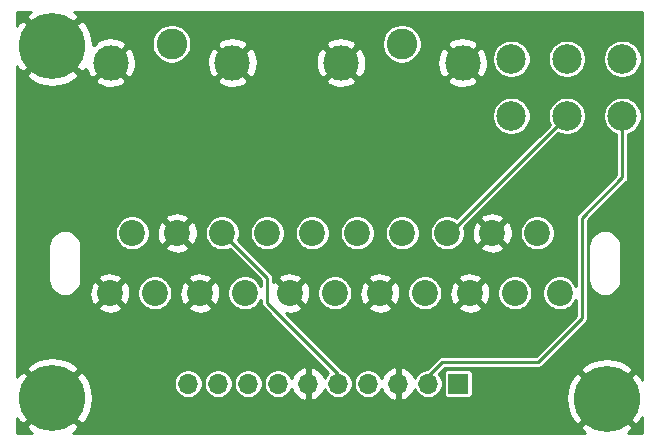
<source format=gbr>
%TF.GenerationSoftware,KiCad,Pcbnew,5.1.10-88a1d61d58~88~ubuntu20.04.1*%
%TF.CreationDate,2021-09-23T20:16:40+02:00*%
%TF.ProjectId,SCART-breakout,53434152-542d-4627-9265-616b6f75742e,rev?*%
%TF.SameCoordinates,Original*%
%TF.FileFunction,Copper,L1,Top*%
%TF.FilePolarity,Positive*%
%FSLAX46Y46*%
G04 Gerber Fmt 4.6, Leading zero omitted, Abs format (unit mm)*
G04 Created by KiCad (PCBNEW 5.1.10-88a1d61d58~88~ubuntu20.04.1) date 2021-09-23 20:16:40*
%MOMM*%
%LPD*%
G01*
G04 APERTURE LIST*
%TA.AperFunction,ComponentPad*%
%ADD10C,2.500000*%
%TD*%
%TA.AperFunction,ComponentPad*%
%ADD11C,2.200000*%
%TD*%
%TA.AperFunction,ComponentPad*%
%ADD12R,1.700000X1.700000*%
%TD*%
%TA.AperFunction,ComponentPad*%
%ADD13O,1.700000X1.700000*%
%TD*%
%TA.AperFunction,ComponentPad*%
%ADD14C,3.000000*%
%TD*%
%TA.AperFunction,ComponentPad*%
%ADD15C,2.600000*%
%TD*%
%TA.AperFunction,ComponentPad*%
%ADD16C,5.600000*%
%TD*%
%TA.AperFunction,Conductor*%
%ADD17C,0.250000*%
%TD*%
%TA.AperFunction,Conductor*%
%ADD18C,0.254000*%
%TD*%
%TA.AperFunction,Conductor*%
%ADD19C,0.100000*%
%TD*%
G04 APERTURE END LIST*
D10*
%TO.P,SW1,1*%
%TO.N,/Audio_R_INT*%
X173101000Y-71501000D03*
%TO.P,SW1,4*%
%TO.N,/Audio_L_INT*%
X173101000Y-76331000D03*
%TO.P,SW1,2*%
%TO.N,/Audio_R*%
X168401000Y-71501000D03*
%TO.P,SW1,5*%
%TO.N,/Audio_L*%
X168401000Y-76331000D03*
%TO.P,SW1,3*%
%TO.N,/Audio_R_EXT*%
X163701000Y-71501000D03*
%TO.P,SW1,6*%
%TO.N,/Audio_L_EXT*%
X163701000Y-76331000D03*
%TD*%
D11*
%TO.P,J1,20*%
%TO.N,/Sync*%
X131605000Y-86250000D03*
%TO.P,J1,18*%
%TO.N,GND*%
X135415000Y-86250000D03*
%TO.P,J1,16*%
%TO.N,/Blanking*%
X139225000Y-86250000D03*
%TO.P,J1,14*%
%TO.N,N/C*%
X143035000Y-86250000D03*
%TO.P,J1,12*%
X146845000Y-86250000D03*
%TO.P,J1,10*%
X150655000Y-86250000D03*
%TO.P,J1,8*%
X154465000Y-86250000D03*
%TO.P,J1,6*%
%TO.N,/Audio_L*%
X158275000Y-86250000D03*
%TO.P,J1,4*%
%TO.N,GND*%
X162085000Y-86250000D03*
%TO.P,J1,2*%
%TO.N,/Audio_R*%
X165895000Y-86250000D03*
%TO.P,J1,21*%
%TO.N,GND*%
X129710000Y-91330000D03*
%TO.P,J1,19*%
%TO.N,N/C*%
X133520000Y-91330000D03*
%TO.P,J1,17*%
%TO.N,GND*%
X137330000Y-91330000D03*
%TO.P,J1,15*%
%TO.N,/Red*%
X141140000Y-91330000D03*
%TO.P,J1,13*%
%TO.N,GND*%
X144950000Y-91330000D03*
%TO.P,J1,11*%
%TO.N,/Green*%
X148760000Y-91330000D03*
%TO.P,J1,9*%
%TO.N,GND*%
X152570000Y-91330000D03*
%TO.P,J1,7*%
%TO.N,/Blue*%
X156380000Y-91330000D03*
%TO.P,J1,5*%
%TO.N,GND*%
X160190000Y-91330000D03*
%TO.P,J1,3*%
%TO.N,N/C*%
X164000000Y-91330000D03*
%TO.P,J1,1*%
X167810000Y-91330000D03*
%TD*%
D12*
%TO.P,J4,1*%
%TO.N,/Audio_Mono*%
X159194500Y-98996500D03*
D13*
%TO.P,J4,2*%
%TO.N,/Audio_L_INT*%
X156654500Y-98996500D03*
%TO.P,J4,3*%
%TO.N,GND*%
X154114500Y-98996500D03*
%TO.P,J4,4*%
%TO.N,/Audio_R_INT*%
X151574500Y-98996500D03*
%TO.P,J4,5*%
%TO.N,/Blanking*%
X149034500Y-98996500D03*
%TO.P,J4,6*%
%TO.N,GND*%
X146494500Y-98996500D03*
%TO.P,J4,7*%
%TO.N,/Sync_A*%
X143954500Y-98996500D03*
%TO.P,J4,8*%
%TO.N,/Blue_A*%
X141414500Y-98996500D03*
%TO.P,J4,9*%
%TO.N,/Green_A*%
X138874500Y-98996500D03*
%TO.P,J4,10*%
%TO.N,/Red_A*%
X136334500Y-98996500D03*
%TD*%
D14*
%TO.P,J2,2*%
%TO.N,GND*%
X129787500Y-71831000D03*
X140087500Y-71831000D03*
D15*
%TO.P,J2,1*%
%TO.N,/Audio_R_EXT*%
X134937500Y-70231000D03*
%TD*%
D14*
%TO.P,J3,2*%
%TO.N,GND*%
X149282000Y-71831000D03*
X159582000Y-71831000D03*
D15*
%TO.P,J3,1*%
%TO.N,/Audio_L_EXT*%
X154432000Y-70231000D03*
%TD*%
D16*
%TO.P,J5,1*%
%TO.N,GND*%
X171767500Y-100266500D03*
%TD*%
%TO.P,J6,1*%
%TO.N,GND*%
X124841000Y-100203000D03*
%TD*%
%TO.P,J7,1*%
%TO.N,GND*%
X124841000Y-70421500D03*
%TD*%
D17*
%TO.N,/Blanking*%
X149034500Y-98996500D02*
X149034500Y-98171000D01*
X149034500Y-98171000D02*
X143002000Y-92138500D01*
X143002000Y-92138500D02*
X143002000Y-90027000D01*
X143002000Y-90027000D02*
X139225000Y-86250000D01*
%TO.N,/Audio_L*%
X158275000Y-86250000D02*
X158482000Y-86250000D01*
X158482000Y-86250000D02*
X168401000Y-76331000D01*
%TO.N,/Audio_L_INT*%
X156654500Y-98996500D02*
X156654500Y-98361500D01*
X156654500Y-98361500D02*
X157861000Y-97155000D01*
X173101000Y-81534000D02*
X173101000Y-76331000D01*
X169672000Y-84963000D02*
X173101000Y-81534000D01*
X169672000Y-93472000D02*
X169672000Y-84963000D01*
X165989000Y-97155000D02*
X169672000Y-93472000D01*
X157861000Y-97155000D02*
X165989000Y-97155000D01*
%TD*%
D18*
%TO.N,GND*%
X122930470Y-67546861D02*
X122916308Y-67556323D01*
X122604124Y-68005019D01*
X124841000Y-70241895D01*
X127077876Y-68005019D01*
X126765692Y-67556323D01*
X126683259Y-67512000D01*
X174804001Y-67512000D01*
X174804000Y-69110398D01*
X174804001Y-69110408D01*
X174804000Y-98660596D01*
X174642139Y-98355970D01*
X174632677Y-98341808D01*
X174183981Y-98029624D01*
X171947105Y-100266500D01*
X174183981Y-102503376D01*
X174632677Y-102191192D01*
X174804000Y-101872562D01*
X174804000Y-103176000D01*
X173612421Y-103176000D01*
X173678030Y-103141139D01*
X173692192Y-103131677D01*
X174004376Y-102682981D01*
X171767500Y-100446105D01*
X169530624Y-102682981D01*
X169842808Y-103131677D01*
X169925241Y-103176000D01*
X126566413Y-103176000D01*
X126751530Y-103077639D01*
X126765692Y-103068177D01*
X127077876Y-102619481D01*
X124841000Y-100382605D01*
X122604124Y-102619481D01*
X122916308Y-103068177D01*
X123116839Y-103176000D01*
X121868000Y-103176000D01*
X121868000Y-101928413D01*
X121966361Y-102113530D01*
X121975823Y-102127692D01*
X122424519Y-102439876D01*
X124661395Y-100203000D01*
X125020605Y-100203000D01*
X127257481Y-102439876D01*
X127706177Y-102127692D01*
X128026612Y-101531741D01*
X128224626Y-100884727D01*
X128292610Y-100211516D01*
X128227949Y-99537977D01*
X128033130Y-98889994D01*
X128025300Y-98875257D01*
X135103500Y-98875257D01*
X135103500Y-99117743D01*
X135150807Y-99355569D01*
X135243602Y-99579597D01*
X135378320Y-99781217D01*
X135549783Y-99952680D01*
X135751403Y-100087398D01*
X135975431Y-100180193D01*
X136213257Y-100227500D01*
X136455743Y-100227500D01*
X136693569Y-100180193D01*
X136917597Y-100087398D01*
X137119217Y-99952680D01*
X137290680Y-99781217D01*
X137425398Y-99579597D01*
X137518193Y-99355569D01*
X137565500Y-99117743D01*
X137565500Y-98875257D01*
X137643500Y-98875257D01*
X137643500Y-99117743D01*
X137690807Y-99355569D01*
X137783602Y-99579597D01*
X137918320Y-99781217D01*
X138089783Y-99952680D01*
X138291403Y-100087398D01*
X138515431Y-100180193D01*
X138753257Y-100227500D01*
X138995743Y-100227500D01*
X139233569Y-100180193D01*
X139457597Y-100087398D01*
X139659217Y-99952680D01*
X139830680Y-99781217D01*
X139965398Y-99579597D01*
X140058193Y-99355569D01*
X140105500Y-99117743D01*
X140105500Y-98875257D01*
X140183500Y-98875257D01*
X140183500Y-99117743D01*
X140230807Y-99355569D01*
X140323602Y-99579597D01*
X140458320Y-99781217D01*
X140629783Y-99952680D01*
X140831403Y-100087398D01*
X141055431Y-100180193D01*
X141293257Y-100227500D01*
X141535743Y-100227500D01*
X141773569Y-100180193D01*
X141997597Y-100087398D01*
X142199217Y-99952680D01*
X142370680Y-99781217D01*
X142505398Y-99579597D01*
X142598193Y-99355569D01*
X142645500Y-99117743D01*
X142645500Y-98875257D01*
X142723500Y-98875257D01*
X142723500Y-99117743D01*
X142770807Y-99355569D01*
X142863602Y-99579597D01*
X142998320Y-99781217D01*
X143169783Y-99952680D01*
X143371403Y-100087398D01*
X143595431Y-100180193D01*
X143833257Y-100227500D01*
X144075743Y-100227500D01*
X144313569Y-100180193D01*
X144537597Y-100087398D01*
X144739217Y-99952680D01*
X144910680Y-99781217D01*
X145045398Y-99579597D01*
X145092728Y-99465332D01*
X145150343Y-99627752D01*
X145299322Y-99877855D01*
X145494231Y-100094088D01*
X145727580Y-100268141D01*
X145990401Y-100393325D01*
X146137610Y-100437976D01*
X146367500Y-100316655D01*
X146367500Y-99123500D01*
X146347500Y-99123500D01*
X146347500Y-98869500D01*
X146367500Y-98869500D01*
X146367500Y-97676345D01*
X146137610Y-97555024D01*
X145990401Y-97599675D01*
X145727580Y-97724859D01*
X145494231Y-97898912D01*
X145299322Y-98115145D01*
X145150343Y-98365248D01*
X145092728Y-98527668D01*
X145045398Y-98413403D01*
X144910680Y-98211783D01*
X144739217Y-98040320D01*
X144537597Y-97905602D01*
X144313569Y-97812807D01*
X144075743Y-97765500D01*
X143833257Y-97765500D01*
X143595431Y-97812807D01*
X143371403Y-97905602D01*
X143169783Y-98040320D01*
X142998320Y-98211783D01*
X142863602Y-98413403D01*
X142770807Y-98637431D01*
X142723500Y-98875257D01*
X142645500Y-98875257D01*
X142598193Y-98637431D01*
X142505398Y-98413403D01*
X142370680Y-98211783D01*
X142199217Y-98040320D01*
X141997597Y-97905602D01*
X141773569Y-97812807D01*
X141535743Y-97765500D01*
X141293257Y-97765500D01*
X141055431Y-97812807D01*
X140831403Y-97905602D01*
X140629783Y-98040320D01*
X140458320Y-98211783D01*
X140323602Y-98413403D01*
X140230807Y-98637431D01*
X140183500Y-98875257D01*
X140105500Y-98875257D01*
X140058193Y-98637431D01*
X139965398Y-98413403D01*
X139830680Y-98211783D01*
X139659217Y-98040320D01*
X139457597Y-97905602D01*
X139233569Y-97812807D01*
X138995743Y-97765500D01*
X138753257Y-97765500D01*
X138515431Y-97812807D01*
X138291403Y-97905602D01*
X138089783Y-98040320D01*
X137918320Y-98211783D01*
X137783602Y-98413403D01*
X137690807Y-98637431D01*
X137643500Y-98875257D01*
X137565500Y-98875257D01*
X137518193Y-98637431D01*
X137425398Y-98413403D01*
X137290680Y-98211783D01*
X137119217Y-98040320D01*
X136917597Y-97905602D01*
X136693569Y-97812807D01*
X136455743Y-97765500D01*
X136213257Y-97765500D01*
X135975431Y-97812807D01*
X135751403Y-97905602D01*
X135549783Y-98040320D01*
X135378320Y-98211783D01*
X135243602Y-98413403D01*
X135150807Y-98637431D01*
X135103500Y-98875257D01*
X128025300Y-98875257D01*
X127715639Y-98292470D01*
X127706177Y-98278308D01*
X127257481Y-97966124D01*
X125020605Y-100203000D01*
X124661395Y-100203000D01*
X122424519Y-97966124D01*
X121975823Y-98278308D01*
X121868000Y-98478839D01*
X121868000Y-97786519D01*
X122604124Y-97786519D01*
X124841000Y-100023395D01*
X127077876Y-97786519D01*
X126765692Y-97337823D01*
X126169741Y-97017388D01*
X125522727Y-96819374D01*
X124849516Y-96751390D01*
X124175977Y-96816051D01*
X123527994Y-97010870D01*
X122930470Y-97328361D01*
X122916308Y-97337823D01*
X122604124Y-97786519D01*
X121868000Y-97786519D01*
X121868000Y-92536712D01*
X128682893Y-92536712D01*
X128790726Y-92811338D01*
X129097384Y-92962216D01*
X129427585Y-93050369D01*
X129768639Y-93072409D01*
X130107439Y-93027489D01*
X130430966Y-92917336D01*
X130629274Y-92811338D01*
X130737107Y-92536712D01*
X129710000Y-91509605D01*
X128682893Y-92536712D01*
X121868000Y-92536712D01*
X121868000Y-87322158D01*
X124509000Y-87322158D01*
X124509001Y-90257843D01*
X124528983Y-90460723D01*
X124607950Y-90721043D01*
X124736186Y-90960955D01*
X124908762Y-91171239D01*
X125119046Y-91343815D01*
X125358958Y-91472051D01*
X125619278Y-91551018D01*
X125890000Y-91577682D01*
X126160723Y-91551018D01*
X126421043Y-91472051D01*
X126577095Y-91388639D01*
X127967591Y-91388639D01*
X128012511Y-91727439D01*
X128122664Y-92050966D01*
X128228662Y-92249274D01*
X128503288Y-92357107D01*
X129530395Y-91330000D01*
X129889605Y-91330000D01*
X130916712Y-92357107D01*
X131191338Y-92249274D01*
X131342216Y-91942616D01*
X131430369Y-91612415D01*
X131452409Y-91271361D01*
X131440844Y-91184134D01*
X132039000Y-91184134D01*
X132039000Y-91475866D01*
X132095914Y-91761992D01*
X132207555Y-92031517D01*
X132369632Y-92274083D01*
X132575917Y-92480368D01*
X132818483Y-92642445D01*
X133088008Y-92754086D01*
X133374134Y-92811000D01*
X133665866Y-92811000D01*
X133951992Y-92754086D01*
X134221517Y-92642445D01*
X134379758Y-92536712D01*
X136302893Y-92536712D01*
X136410726Y-92811338D01*
X136717384Y-92962216D01*
X137047585Y-93050369D01*
X137388639Y-93072409D01*
X137727439Y-93027489D01*
X138050966Y-92917336D01*
X138249274Y-92811338D01*
X138357107Y-92536712D01*
X137330000Y-91509605D01*
X136302893Y-92536712D01*
X134379758Y-92536712D01*
X134464083Y-92480368D01*
X134670368Y-92274083D01*
X134832445Y-92031517D01*
X134944086Y-91761992D01*
X135001000Y-91475866D01*
X135001000Y-91388639D01*
X135587591Y-91388639D01*
X135632511Y-91727439D01*
X135742664Y-92050966D01*
X135848662Y-92249274D01*
X136123288Y-92357107D01*
X137150395Y-91330000D01*
X137509605Y-91330000D01*
X138536712Y-92357107D01*
X138811338Y-92249274D01*
X138962216Y-91942616D01*
X139050369Y-91612415D01*
X139072409Y-91271361D01*
X139027489Y-90932561D01*
X138917336Y-90609034D01*
X138811338Y-90410726D01*
X138536712Y-90302893D01*
X137509605Y-91330000D01*
X137150395Y-91330000D01*
X136123288Y-90302893D01*
X135848662Y-90410726D01*
X135697784Y-90717384D01*
X135609631Y-91047585D01*
X135587591Y-91388639D01*
X135001000Y-91388639D01*
X135001000Y-91184134D01*
X134944086Y-90898008D01*
X134832445Y-90628483D01*
X134670368Y-90385917D01*
X134464083Y-90179632D01*
X134379759Y-90123288D01*
X136302893Y-90123288D01*
X137330000Y-91150395D01*
X138357107Y-90123288D01*
X138249274Y-89848662D01*
X137942616Y-89697784D01*
X137612415Y-89609631D01*
X137271361Y-89587591D01*
X136932561Y-89632511D01*
X136609034Y-89742664D01*
X136410726Y-89848662D01*
X136302893Y-90123288D01*
X134379759Y-90123288D01*
X134221517Y-90017555D01*
X133951992Y-89905914D01*
X133665866Y-89849000D01*
X133374134Y-89849000D01*
X133088008Y-89905914D01*
X132818483Y-90017555D01*
X132575917Y-90179632D01*
X132369632Y-90385917D01*
X132207555Y-90628483D01*
X132095914Y-90898008D01*
X132039000Y-91184134D01*
X131440844Y-91184134D01*
X131407489Y-90932561D01*
X131297336Y-90609034D01*
X131191338Y-90410726D01*
X130916712Y-90302893D01*
X129889605Y-91330000D01*
X129530395Y-91330000D01*
X128503288Y-90302893D01*
X128228662Y-90410726D01*
X128077784Y-90717384D01*
X127989631Y-91047585D01*
X127967591Y-91388639D01*
X126577095Y-91388639D01*
X126660955Y-91343815D01*
X126871239Y-91171239D01*
X127043815Y-90960955D01*
X127172051Y-90721043D01*
X127251018Y-90460723D01*
X127271000Y-90257843D01*
X127271000Y-90123288D01*
X128682893Y-90123288D01*
X129710000Y-91150395D01*
X130737107Y-90123288D01*
X130629274Y-89848662D01*
X130322616Y-89697784D01*
X129992415Y-89609631D01*
X129651361Y-89587591D01*
X129312561Y-89632511D01*
X128989034Y-89742664D01*
X128790726Y-89848662D01*
X128682893Y-90123288D01*
X127271000Y-90123288D01*
X127271000Y-87322157D01*
X127251018Y-87119277D01*
X127172051Y-86858957D01*
X127043815Y-86619045D01*
X126871238Y-86408761D01*
X126660954Y-86236185D01*
X126421042Y-86107949D01*
X126408466Y-86104134D01*
X130124000Y-86104134D01*
X130124000Y-86395866D01*
X130180914Y-86681992D01*
X130292555Y-86951517D01*
X130454632Y-87194083D01*
X130660917Y-87400368D01*
X130903483Y-87562445D01*
X131173008Y-87674086D01*
X131459134Y-87731000D01*
X131750866Y-87731000D01*
X132036992Y-87674086D01*
X132306517Y-87562445D01*
X132464758Y-87456712D01*
X134387893Y-87456712D01*
X134495726Y-87731338D01*
X134802384Y-87882216D01*
X135132585Y-87970369D01*
X135473639Y-87992409D01*
X135812439Y-87947489D01*
X136135966Y-87837336D01*
X136334274Y-87731338D01*
X136442107Y-87456712D01*
X135415000Y-86429605D01*
X134387893Y-87456712D01*
X132464758Y-87456712D01*
X132549083Y-87400368D01*
X132755368Y-87194083D01*
X132917445Y-86951517D01*
X133029086Y-86681992D01*
X133086000Y-86395866D01*
X133086000Y-86308639D01*
X133672591Y-86308639D01*
X133717511Y-86647439D01*
X133827664Y-86970966D01*
X133933662Y-87169274D01*
X134208288Y-87277107D01*
X135235395Y-86250000D01*
X135594605Y-86250000D01*
X136621712Y-87277107D01*
X136896338Y-87169274D01*
X137047216Y-86862616D01*
X137135369Y-86532415D01*
X137157409Y-86191361D01*
X137145844Y-86104134D01*
X137744000Y-86104134D01*
X137744000Y-86395866D01*
X137800914Y-86681992D01*
X137912555Y-86951517D01*
X138074632Y-87194083D01*
X138280917Y-87400368D01*
X138523483Y-87562445D01*
X138793008Y-87674086D01*
X139079134Y-87731000D01*
X139370866Y-87731000D01*
X139656992Y-87674086D01*
X139852509Y-87593100D01*
X142496001Y-90236593D01*
X142496001Y-90733635D01*
X142452445Y-90628483D01*
X142290368Y-90385917D01*
X142084083Y-90179632D01*
X141841517Y-90017555D01*
X141571992Y-89905914D01*
X141285866Y-89849000D01*
X140994134Y-89849000D01*
X140708008Y-89905914D01*
X140438483Y-90017555D01*
X140195917Y-90179632D01*
X139989632Y-90385917D01*
X139827555Y-90628483D01*
X139715914Y-90898008D01*
X139659000Y-91184134D01*
X139659000Y-91475866D01*
X139715914Y-91761992D01*
X139827555Y-92031517D01*
X139989632Y-92274083D01*
X140195917Y-92480368D01*
X140438483Y-92642445D01*
X140708008Y-92754086D01*
X140994134Y-92811000D01*
X141285866Y-92811000D01*
X141571992Y-92754086D01*
X141841517Y-92642445D01*
X142084083Y-92480368D01*
X142290368Y-92274083D01*
X142452445Y-92031517D01*
X142496000Y-91926366D01*
X142496000Y-92113654D01*
X142493553Y-92138500D01*
X142496000Y-92163346D01*
X142496000Y-92163353D01*
X142503322Y-92237692D01*
X142532255Y-92333074D01*
X142579241Y-92420979D01*
X142642473Y-92498027D01*
X142661785Y-92513876D01*
X148219006Y-98071097D01*
X148078320Y-98211783D01*
X147943602Y-98413403D01*
X147896272Y-98527668D01*
X147838657Y-98365248D01*
X147689678Y-98115145D01*
X147494769Y-97898912D01*
X147261420Y-97724859D01*
X146998599Y-97599675D01*
X146851390Y-97555024D01*
X146621500Y-97676345D01*
X146621500Y-98869500D01*
X146641500Y-98869500D01*
X146641500Y-99123500D01*
X146621500Y-99123500D01*
X146621500Y-100316655D01*
X146851390Y-100437976D01*
X146998599Y-100393325D01*
X147261420Y-100268141D01*
X147494769Y-100094088D01*
X147689678Y-99877855D01*
X147838657Y-99627752D01*
X147896272Y-99465332D01*
X147943602Y-99579597D01*
X148078320Y-99781217D01*
X148249783Y-99952680D01*
X148451403Y-100087398D01*
X148675431Y-100180193D01*
X148913257Y-100227500D01*
X149155743Y-100227500D01*
X149393569Y-100180193D01*
X149617597Y-100087398D01*
X149819217Y-99952680D01*
X149990680Y-99781217D01*
X150125398Y-99579597D01*
X150218193Y-99355569D01*
X150265500Y-99117743D01*
X150265500Y-98875257D01*
X150343500Y-98875257D01*
X150343500Y-99117743D01*
X150390807Y-99355569D01*
X150483602Y-99579597D01*
X150618320Y-99781217D01*
X150789783Y-99952680D01*
X150991403Y-100087398D01*
X151215431Y-100180193D01*
X151453257Y-100227500D01*
X151695743Y-100227500D01*
X151933569Y-100180193D01*
X152157597Y-100087398D01*
X152359217Y-99952680D01*
X152530680Y-99781217D01*
X152665398Y-99579597D01*
X152712728Y-99465332D01*
X152770343Y-99627752D01*
X152919322Y-99877855D01*
X153114231Y-100094088D01*
X153347580Y-100268141D01*
X153610401Y-100393325D01*
X153757610Y-100437976D01*
X153987500Y-100316655D01*
X153987500Y-99123500D01*
X153967500Y-99123500D01*
X153967500Y-98869500D01*
X153987500Y-98869500D01*
X153987500Y-97676345D01*
X154241500Y-97676345D01*
X154241500Y-98869500D01*
X154261500Y-98869500D01*
X154261500Y-99123500D01*
X154241500Y-99123500D01*
X154241500Y-100316655D01*
X154471390Y-100437976D01*
X154618599Y-100393325D01*
X154881420Y-100268141D01*
X154895037Y-100257984D01*
X168315890Y-100257984D01*
X168380551Y-100931523D01*
X168575370Y-101579506D01*
X168892861Y-102177030D01*
X168902323Y-102191192D01*
X169351019Y-102503376D01*
X171587895Y-100266500D01*
X169351019Y-98029624D01*
X168902323Y-98341808D01*
X168581888Y-98937759D01*
X168383874Y-99584773D01*
X168315890Y-100257984D01*
X154895037Y-100257984D01*
X155114769Y-100094088D01*
X155309678Y-99877855D01*
X155458657Y-99627752D01*
X155516272Y-99465332D01*
X155563602Y-99579597D01*
X155698320Y-99781217D01*
X155869783Y-99952680D01*
X156071403Y-100087398D01*
X156295431Y-100180193D01*
X156533257Y-100227500D01*
X156775743Y-100227500D01*
X157013569Y-100180193D01*
X157237597Y-100087398D01*
X157439217Y-99952680D01*
X157610680Y-99781217D01*
X157745398Y-99579597D01*
X157838193Y-99355569D01*
X157885500Y-99117743D01*
X157885500Y-98875257D01*
X157838193Y-98637431D01*
X157745398Y-98413403D01*
X157610680Y-98211783D01*
X157565244Y-98166347D01*
X157585091Y-98146500D01*
X157961657Y-98146500D01*
X157961657Y-99846500D01*
X157969013Y-99921189D01*
X157990799Y-99993008D01*
X158026178Y-100059196D01*
X158073789Y-100117211D01*
X158131804Y-100164822D01*
X158197992Y-100200201D01*
X158269811Y-100221987D01*
X158344500Y-100229343D01*
X160044500Y-100229343D01*
X160119189Y-100221987D01*
X160191008Y-100200201D01*
X160257196Y-100164822D01*
X160315211Y-100117211D01*
X160362822Y-100059196D01*
X160398201Y-99993008D01*
X160419987Y-99921189D01*
X160427343Y-99846500D01*
X160427343Y-98146500D01*
X160419987Y-98071811D01*
X160398201Y-97999992D01*
X160362822Y-97933804D01*
X160315211Y-97875789D01*
X160283810Y-97850019D01*
X169530624Y-97850019D01*
X171767500Y-100086895D01*
X174004376Y-97850019D01*
X173692192Y-97401323D01*
X173096241Y-97080888D01*
X172449227Y-96882874D01*
X171776016Y-96814890D01*
X171102477Y-96879551D01*
X170454494Y-97074370D01*
X169856970Y-97391861D01*
X169842808Y-97401323D01*
X169530624Y-97850019D01*
X160283810Y-97850019D01*
X160257196Y-97828178D01*
X160191008Y-97792799D01*
X160119189Y-97771013D01*
X160044500Y-97763657D01*
X158344500Y-97763657D01*
X158269811Y-97771013D01*
X158197992Y-97792799D01*
X158131804Y-97828178D01*
X158073789Y-97875789D01*
X158026178Y-97933804D01*
X157990799Y-97999992D01*
X157969013Y-98071811D01*
X157961657Y-98146500D01*
X157585091Y-98146500D01*
X158070592Y-97661000D01*
X165964154Y-97661000D01*
X165989000Y-97663447D01*
X166013846Y-97661000D01*
X166013854Y-97661000D01*
X166088193Y-97653678D01*
X166183575Y-97624745D01*
X166271479Y-97577759D01*
X166348527Y-97514527D01*
X166364376Y-97495215D01*
X170012220Y-93847372D01*
X170031527Y-93831527D01*
X170094759Y-93754479D01*
X170141745Y-93666575D01*
X170170678Y-93571193D01*
X170178000Y-93496854D01*
X170178000Y-93496853D01*
X170180448Y-93472000D01*
X170178000Y-93447146D01*
X170178000Y-87322158D01*
X170229000Y-87322158D01*
X170229001Y-90257843D01*
X170248983Y-90460723D01*
X170327950Y-90721043D01*
X170456186Y-90960955D01*
X170628762Y-91171239D01*
X170839046Y-91343815D01*
X171078958Y-91472051D01*
X171339278Y-91551018D01*
X171610000Y-91577682D01*
X171880723Y-91551018D01*
X172141043Y-91472051D01*
X172380955Y-91343815D01*
X172591239Y-91171239D01*
X172763815Y-90960955D01*
X172892051Y-90721043D01*
X172971018Y-90460723D01*
X172991000Y-90257843D01*
X172991000Y-87322157D01*
X172971018Y-87119277D01*
X172892051Y-86858957D01*
X172763815Y-86619045D01*
X172591238Y-86408761D01*
X172380954Y-86236185D01*
X172141042Y-86107949D01*
X171880722Y-86028982D01*
X171610000Y-86002318D01*
X171339277Y-86028982D01*
X171078957Y-86107949D01*
X170839045Y-86236185D01*
X170628761Y-86408762D01*
X170456185Y-86619046D01*
X170327949Y-86858958D01*
X170248982Y-87119278D01*
X170229000Y-87322158D01*
X170178000Y-87322158D01*
X170178000Y-85172591D01*
X173441220Y-81909372D01*
X173460527Y-81893527D01*
X173523759Y-81816479D01*
X173570745Y-81728575D01*
X173599678Y-81633193D01*
X173607000Y-81558854D01*
X173607000Y-81558847D01*
X173609447Y-81534001D01*
X173607000Y-81509155D01*
X173607000Y-77886790D01*
X173873568Y-77776374D01*
X174140702Y-77597881D01*
X174367881Y-77370702D01*
X174546374Y-77103568D01*
X174669322Y-76806745D01*
X174732000Y-76491640D01*
X174732000Y-76170360D01*
X174669322Y-75855255D01*
X174546374Y-75558432D01*
X174367881Y-75291298D01*
X174140702Y-75064119D01*
X173873568Y-74885626D01*
X173576745Y-74762678D01*
X173261640Y-74700000D01*
X172940360Y-74700000D01*
X172625255Y-74762678D01*
X172328432Y-74885626D01*
X172061298Y-75064119D01*
X171834119Y-75291298D01*
X171655626Y-75558432D01*
X171532678Y-75855255D01*
X171470000Y-76170360D01*
X171470000Y-76491640D01*
X171532678Y-76806745D01*
X171655626Y-77103568D01*
X171834119Y-77370702D01*
X172061298Y-77597881D01*
X172328432Y-77776374D01*
X172595001Y-77886790D01*
X172595000Y-81324408D01*
X169331781Y-84587628D01*
X169312474Y-84603473D01*
X169249242Y-84680521D01*
X169224127Y-84727508D01*
X169202255Y-84768426D01*
X169173322Y-84863808D01*
X169163553Y-84963000D01*
X169166001Y-84987856D01*
X169166000Y-90733635D01*
X169122445Y-90628483D01*
X168960368Y-90385917D01*
X168754083Y-90179632D01*
X168511517Y-90017555D01*
X168241992Y-89905914D01*
X167955866Y-89849000D01*
X167664134Y-89849000D01*
X167378008Y-89905914D01*
X167108483Y-90017555D01*
X166865917Y-90179632D01*
X166659632Y-90385917D01*
X166497555Y-90628483D01*
X166385914Y-90898008D01*
X166329000Y-91184134D01*
X166329000Y-91475866D01*
X166385914Y-91761992D01*
X166497555Y-92031517D01*
X166659632Y-92274083D01*
X166865917Y-92480368D01*
X167108483Y-92642445D01*
X167378008Y-92754086D01*
X167664134Y-92811000D01*
X167955866Y-92811000D01*
X168241992Y-92754086D01*
X168511517Y-92642445D01*
X168754083Y-92480368D01*
X168960368Y-92274083D01*
X169122445Y-92031517D01*
X169166000Y-91926366D01*
X169166000Y-93262408D01*
X165779409Y-96649000D01*
X157885854Y-96649000D01*
X157861000Y-96646552D01*
X157836146Y-96649000D01*
X157761807Y-96656322D01*
X157666425Y-96685255D01*
X157578521Y-96732241D01*
X157501473Y-96795473D01*
X157485629Y-96814779D01*
X156534909Y-97765500D01*
X156533257Y-97765500D01*
X156295431Y-97812807D01*
X156071403Y-97905602D01*
X155869783Y-98040320D01*
X155698320Y-98211783D01*
X155563602Y-98413403D01*
X155516272Y-98527668D01*
X155458657Y-98365248D01*
X155309678Y-98115145D01*
X155114769Y-97898912D01*
X154881420Y-97724859D01*
X154618599Y-97599675D01*
X154471390Y-97555024D01*
X154241500Y-97676345D01*
X153987500Y-97676345D01*
X153757610Y-97555024D01*
X153610401Y-97599675D01*
X153347580Y-97724859D01*
X153114231Y-97898912D01*
X152919322Y-98115145D01*
X152770343Y-98365248D01*
X152712728Y-98527668D01*
X152665398Y-98413403D01*
X152530680Y-98211783D01*
X152359217Y-98040320D01*
X152157597Y-97905602D01*
X151933569Y-97812807D01*
X151695743Y-97765500D01*
X151453257Y-97765500D01*
X151215431Y-97812807D01*
X150991403Y-97905602D01*
X150789783Y-98040320D01*
X150618320Y-98211783D01*
X150483602Y-98413403D01*
X150390807Y-98637431D01*
X150343500Y-98875257D01*
X150265500Y-98875257D01*
X150218193Y-98637431D01*
X150125398Y-98413403D01*
X149990680Y-98211783D01*
X149819217Y-98040320D01*
X149617597Y-97905602D01*
X149395921Y-97813781D01*
X149394027Y-97811473D01*
X149374720Y-97795628D01*
X144615575Y-93036484D01*
X144667585Y-93050369D01*
X145008639Y-93072409D01*
X145347439Y-93027489D01*
X145670966Y-92917336D01*
X145869274Y-92811338D01*
X145977107Y-92536712D01*
X144950000Y-91509605D01*
X144935858Y-91523748D01*
X144756253Y-91344143D01*
X144770395Y-91330000D01*
X145129605Y-91330000D01*
X146156712Y-92357107D01*
X146431338Y-92249274D01*
X146582216Y-91942616D01*
X146670369Y-91612415D01*
X146692409Y-91271361D01*
X146680844Y-91184134D01*
X147279000Y-91184134D01*
X147279000Y-91475866D01*
X147335914Y-91761992D01*
X147447555Y-92031517D01*
X147609632Y-92274083D01*
X147815917Y-92480368D01*
X148058483Y-92642445D01*
X148328008Y-92754086D01*
X148614134Y-92811000D01*
X148905866Y-92811000D01*
X149191992Y-92754086D01*
X149461517Y-92642445D01*
X149619758Y-92536712D01*
X151542893Y-92536712D01*
X151650726Y-92811338D01*
X151957384Y-92962216D01*
X152287585Y-93050369D01*
X152628639Y-93072409D01*
X152967439Y-93027489D01*
X153290966Y-92917336D01*
X153489274Y-92811338D01*
X153597107Y-92536712D01*
X152570000Y-91509605D01*
X151542893Y-92536712D01*
X149619758Y-92536712D01*
X149704083Y-92480368D01*
X149910368Y-92274083D01*
X150072445Y-92031517D01*
X150184086Y-91761992D01*
X150241000Y-91475866D01*
X150241000Y-91388639D01*
X150827591Y-91388639D01*
X150872511Y-91727439D01*
X150982664Y-92050966D01*
X151088662Y-92249274D01*
X151363288Y-92357107D01*
X152390395Y-91330000D01*
X152749605Y-91330000D01*
X153776712Y-92357107D01*
X154051338Y-92249274D01*
X154202216Y-91942616D01*
X154290369Y-91612415D01*
X154312409Y-91271361D01*
X154300844Y-91184134D01*
X154899000Y-91184134D01*
X154899000Y-91475866D01*
X154955914Y-91761992D01*
X155067555Y-92031517D01*
X155229632Y-92274083D01*
X155435917Y-92480368D01*
X155678483Y-92642445D01*
X155948008Y-92754086D01*
X156234134Y-92811000D01*
X156525866Y-92811000D01*
X156811992Y-92754086D01*
X157081517Y-92642445D01*
X157239758Y-92536712D01*
X159162893Y-92536712D01*
X159270726Y-92811338D01*
X159577384Y-92962216D01*
X159907585Y-93050369D01*
X160248639Y-93072409D01*
X160587439Y-93027489D01*
X160910966Y-92917336D01*
X161109274Y-92811338D01*
X161217107Y-92536712D01*
X160190000Y-91509605D01*
X159162893Y-92536712D01*
X157239758Y-92536712D01*
X157324083Y-92480368D01*
X157530368Y-92274083D01*
X157692445Y-92031517D01*
X157804086Y-91761992D01*
X157861000Y-91475866D01*
X157861000Y-91388639D01*
X158447591Y-91388639D01*
X158492511Y-91727439D01*
X158602664Y-92050966D01*
X158708662Y-92249274D01*
X158983288Y-92357107D01*
X160010395Y-91330000D01*
X160369605Y-91330000D01*
X161396712Y-92357107D01*
X161671338Y-92249274D01*
X161822216Y-91942616D01*
X161910369Y-91612415D01*
X161932409Y-91271361D01*
X161920844Y-91184134D01*
X162519000Y-91184134D01*
X162519000Y-91475866D01*
X162575914Y-91761992D01*
X162687555Y-92031517D01*
X162849632Y-92274083D01*
X163055917Y-92480368D01*
X163298483Y-92642445D01*
X163568008Y-92754086D01*
X163854134Y-92811000D01*
X164145866Y-92811000D01*
X164431992Y-92754086D01*
X164701517Y-92642445D01*
X164944083Y-92480368D01*
X165150368Y-92274083D01*
X165312445Y-92031517D01*
X165424086Y-91761992D01*
X165481000Y-91475866D01*
X165481000Y-91184134D01*
X165424086Y-90898008D01*
X165312445Y-90628483D01*
X165150368Y-90385917D01*
X164944083Y-90179632D01*
X164701517Y-90017555D01*
X164431992Y-89905914D01*
X164145866Y-89849000D01*
X163854134Y-89849000D01*
X163568008Y-89905914D01*
X163298483Y-90017555D01*
X163055917Y-90179632D01*
X162849632Y-90385917D01*
X162687555Y-90628483D01*
X162575914Y-90898008D01*
X162519000Y-91184134D01*
X161920844Y-91184134D01*
X161887489Y-90932561D01*
X161777336Y-90609034D01*
X161671338Y-90410726D01*
X161396712Y-90302893D01*
X160369605Y-91330000D01*
X160010395Y-91330000D01*
X158983288Y-90302893D01*
X158708662Y-90410726D01*
X158557784Y-90717384D01*
X158469631Y-91047585D01*
X158447591Y-91388639D01*
X157861000Y-91388639D01*
X157861000Y-91184134D01*
X157804086Y-90898008D01*
X157692445Y-90628483D01*
X157530368Y-90385917D01*
X157324083Y-90179632D01*
X157239759Y-90123288D01*
X159162893Y-90123288D01*
X160190000Y-91150395D01*
X161217107Y-90123288D01*
X161109274Y-89848662D01*
X160802616Y-89697784D01*
X160472415Y-89609631D01*
X160131361Y-89587591D01*
X159792561Y-89632511D01*
X159469034Y-89742664D01*
X159270726Y-89848662D01*
X159162893Y-90123288D01*
X157239759Y-90123288D01*
X157081517Y-90017555D01*
X156811992Y-89905914D01*
X156525866Y-89849000D01*
X156234134Y-89849000D01*
X155948008Y-89905914D01*
X155678483Y-90017555D01*
X155435917Y-90179632D01*
X155229632Y-90385917D01*
X155067555Y-90628483D01*
X154955914Y-90898008D01*
X154899000Y-91184134D01*
X154300844Y-91184134D01*
X154267489Y-90932561D01*
X154157336Y-90609034D01*
X154051338Y-90410726D01*
X153776712Y-90302893D01*
X152749605Y-91330000D01*
X152390395Y-91330000D01*
X151363288Y-90302893D01*
X151088662Y-90410726D01*
X150937784Y-90717384D01*
X150849631Y-91047585D01*
X150827591Y-91388639D01*
X150241000Y-91388639D01*
X150241000Y-91184134D01*
X150184086Y-90898008D01*
X150072445Y-90628483D01*
X149910368Y-90385917D01*
X149704083Y-90179632D01*
X149619759Y-90123288D01*
X151542893Y-90123288D01*
X152570000Y-91150395D01*
X153597107Y-90123288D01*
X153489274Y-89848662D01*
X153182616Y-89697784D01*
X152852415Y-89609631D01*
X152511361Y-89587591D01*
X152172561Y-89632511D01*
X151849034Y-89742664D01*
X151650726Y-89848662D01*
X151542893Y-90123288D01*
X149619759Y-90123288D01*
X149461517Y-90017555D01*
X149191992Y-89905914D01*
X148905866Y-89849000D01*
X148614134Y-89849000D01*
X148328008Y-89905914D01*
X148058483Y-90017555D01*
X147815917Y-90179632D01*
X147609632Y-90385917D01*
X147447555Y-90628483D01*
X147335914Y-90898008D01*
X147279000Y-91184134D01*
X146680844Y-91184134D01*
X146647489Y-90932561D01*
X146537336Y-90609034D01*
X146431338Y-90410726D01*
X146156712Y-90302893D01*
X145129605Y-91330000D01*
X144770395Y-91330000D01*
X143743288Y-90302893D01*
X143508000Y-90395280D01*
X143508000Y-90123288D01*
X143922893Y-90123288D01*
X144950000Y-91150395D01*
X145977107Y-90123288D01*
X145869274Y-89848662D01*
X145562616Y-89697784D01*
X145232415Y-89609631D01*
X144891361Y-89587591D01*
X144552561Y-89632511D01*
X144229034Y-89742664D01*
X144030726Y-89848662D01*
X143922893Y-90123288D01*
X143508000Y-90123288D01*
X143508000Y-90051854D01*
X143510448Y-90027000D01*
X143500678Y-89927807D01*
X143471745Y-89832425D01*
X143424759Y-89744521D01*
X143361527Y-89667473D01*
X143342220Y-89651628D01*
X140568100Y-86877509D01*
X140649086Y-86681992D01*
X140706000Y-86395866D01*
X140706000Y-86104134D01*
X141554000Y-86104134D01*
X141554000Y-86395866D01*
X141610914Y-86681992D01*
X141722555Y-86951517D01*
X141884632Y-87194083D01*
X142090917Y-87400368D01*
X142333483Y-87562445D01*
X142603008Y-87674086D01*
X142889134Y-87731000D01*
X143180866Y-87731000D01*
X143466992Y-87674086D01*
X143736517Y-87562445D01*
X143979083Y-87400368D01*
X144185368Y-87194083D01*
X144347445Y-86951517D01*
X144459086Y-86681992D01*
X144516000Y-86395866D01*
X144516000Y-86104134D01*
X145364000Y-86104134D01*
X145364000Y-86395866D01*
X145420914Y-86681992D01*
X145532555Y-86951517D01*
X145694632Y-87194083D01*
X145900917Y-87400368D01*
X146143483Y-87562445D01*
X146413008Y-87674086D01*
X146699134Y-87731000D01*
X146990866Y-87731000D01*
X147276992Y-87674086D01*
X147546517Y-87562445D01*
X147789083Y-87400368D01*
X147995368Y-87194083D01*
X148157445Y-86951517D01*
X148269086Y-86681992D01*
X148326000Y-86395866D01*
X148326000Y-86104134D01*
X149174000Y-86104134D01*
X149174000Y-86395866D01*
X149230914Y-86681992D01*
X149342555Y-86951517D01*
X149504632Y-87194083D01*
X149710917Y-87400368D01*
X149953483Y-87562445D01*
X150223008Y-87674086D01*
X150509134Y-87731000D01*
X150800866Y-87731000D01*
X151086992Y-87674086D01*
X151356517Y-87562445D01*
X151599083Y-87400368D01*
X151805368Y-87194083D01*
X151967445Y-86951517D01*
X152079086Y-86681992D01*
X152136000Y-86395866D01*
X152136000Y-86104134D01*
X152984000Y-86104134D01*
X152984000Y-86395866D01*
X153040914Y-86681992D01*
X153152555Y-86951517D01*
X153314632Y-87194083D01*
X153520917Y-87400368D01*
X153763483Y-87562445D01*
X154033008Y-87674086D01*
X154319134Y-87731000D01*
X154610866Y-87731000D01*
X154896992Y-87674086D01*
X155166517Y-87562445D01*
X155409083Y-87400368D01*
X155615368Y-87194083D01*
X155777445Y-86951517D01*
X155889086Y-86681992D01*
X155946000Y-86395866D01*
X155946000Y-86104134D01*
X156794000Y-86104134D01*
X156794000Y-86395866D01*
X156850914Y-86681992D01*
X156962555Y-86951517D01*
X157124632Y-87194083D01*
X157330917Y-87400368D01*
X157573483Y-87562445D01*
X157843008Y-87674086D01*
X158129134Y-87731000D01*
X158420866Y-87731000D01*
X158706992Y-87674086D01*
X158976517Y-87562445D01*
X159134758Y-87456712D01*
X161057893Y-87456712D01*
X161165726Y-87731338D01*
X161472384Y-87882216D01*
X161802585Y-87970369D01*
X162143639Y-87992409D01*
X162482439Y-87947489D01*
X162805966Y-87837336D01*
X163004274Y-87731338D01*
X163112107Y-87456712D01*
X162085000Y-86429605D01*
X161057893Y-87456712D01*
X159134758Y-87456712D01*
X159219083Y-87400368D01*
X159425368Y-87194083D01*
X159587445Y-86951517D01*
X159699086Y-86681992D01*
X159756000Y-86395866D01*
X159756000Y-86308639D01*
X160342591Y-86308639D01*
X160387511Y-86647439D01*
X160497664Y-86970966D01*
X160603662Y-87169274D01*
X160878288Y-87277107D01*
X161905395Y-86250000D01*
X162264605Y-86250000D01*
X163291712Y-87277107D01*
X163566338Y-87169274D01*
X163717216Y-86862616D01*
X163805369Y-86532415D01*
X163827409Y-86191361D01*
X163815844Y-86104134D01*
X164414000Y-86104134D01*
X164414000Y-86395866D01*
X164470914Y-86681992D01*
X164582555Y-86951517D01*
X164744632Y-87194083D01*
X164950917Y-87400368D01*
X165193483Y-87562445D01*
X165463008Y-87674086D01*
X165749134Y-87731000D01*
X166040866Y-87731000D01*
X166326992Y-87674086D01*
X166596517Y-87562445D01*
X166839083Y-87400368D01*
X167045368Y-87194083D01*
X167207445Y-86951517D01*
X167319086Y-86681992D01*
X167376000Y-86395866D01*
X167376000Y-86104134D01*
X167319086Y-85818008D01*
X167207445Y-85548483D01*
X167045368Y-85305917D01*
X166839083Y-85099632D01*
X166596517Y-84937555D01*
X166326992Y-84825914D01*
X166040866Y-84769000D01*
X165749134Y-84769000D01*
X165463008Y-84825914D01*
X165193483Y-84937555D01*
X164950917Y-85099632D01*
X164744632Y-85305917D01*
X164582555Y-85548483D01*
X164470914Y-85818008D01*
X164414000Y-86104134D01*
X163815844Y-86104134D01*
X163782489Y-85852561D01*
X163672336Y-85529034D01*
X163566338Y-85330726D01*
X163291712Y-85222893D01*
X162264605Y-86250000D01*
X161905395Y-86250000D01*
X160878288Y-85222893D01*
X160603662Y-85330726D01*
X160452784Y-85637384D01*
X160364631Y-85967585D01*
X160342591Y-86308639D01*
X159756000Y-86308639D01*
X159756000Y-86104134D01*
X159699086Y-85818008D01*
X159678729Y-85768862D01*
X160404303Y-85043288D01*
X161057893Y-85043288D01*
X162085000Y-86070395D01*
X163112107Y-85043288D01*
X163004274Y-84768662D01*
X162697616Y-84617784D01*
X162367415Y-84529631D01*
X162026361Y-84507591D01*
X161687561Y-84552511D01*
X161364034Y-84662664D01*
X161165726Y-84768662D01*
X161057893Y-85043288D01*
X160404303Y-85043288D01*
X167658686Y-77788906D01*
X167925255Y-77899322D01*
X168240360Y-77962000D01*
X168561640Y-77962000D01*
X168876745Y-77899322D01*
X169173568Y-77776374D01*
X169440702Y-77597881D01*
X169667881Y-77370702D01*
X169846374Y-77103568D01*
X169969322Y-76806745D01*
X170032000Y-76491640D01*
X170032000Y-76170360D01*
X169969322Y-75855255D01*
X169846374Y-75558432D01*
X169667881Y-75291298D01*
X169440702Y-75064119D01*
X169173568Y-74885626D01*
X168876745Y-74762678D01*
X168561640Y-74700000D01*
X168240360Y-74700000D01*
X167925255Y-74762678D01*
X167628432Y-74885626D01*
X167361298Y-75064119D01*
X167134119Y-75291298D01*
X166955626Y-75558432D01*
X166832678Y-75855255D01*
X166770000Y-76170360D01*
X166770000Y-76491640D01*
X166832678Y-76806745D01*
X166943094Y-77073314D01*
X159037864Y-84978545D01*
X158976517Y-84937555D01*
X158706992Y-84825914D01*
X158420866Y-84769000D01*
X158129134Y-84769000D01*
X157843008Y-84825914D01*
X157573483Y-84937555D01*
X157330917Y-85099632D01*
X157124632Y-85305917D01*
X156962555Y-85548483D01*
X156850914Y-85818008D01*
X156794000Y-86104134D01*
X155946000Y-86104134D01*
X155889086Y-85818008D01*
X155777445Y-85548483D01*
X155615368Y-85305917D01*
X155409083Y-85099632D01*
X155166517Y-84937555D01*
X154896992Y-84825914D01*
X154610866Y-84769000D01*
X154319134Y-84769000D01*
X154033008Y-84825914D01*
X153763483Y-84937555D01*
X153520917Y-85099632D01*
X153314632Y-85305917D01*
X153152555Y-85548483D01*
X153040914Y-85818008D01*
X152984000Y-86104134D01*
X152136000Y-86104134D01*
X152079086Y-85818008D01*
X151967445Y-85548483D01*
X151805368Y-85305917D01*
X151599083Y-85099632D01*
X151356517Y-84937555D01*
X151086992Y-84825914D01*
X150800866Y-84769000D01*
X150509134Y-84769000D01*
X150223008Y-84825914D01*
X149953483Y-84937555D01*
X149710917Y-85099632D01*
X149504632Y-85305917D01*
X149342555Y-85548483D01*
X149230914Y-85818008D01*
X149174000Y-86104134D01*
X148326000Y-86104134D01*
X148269086Y-85818008D01*
X148157445Y-85548483D01*
X147995368Y-85305917D01*
X147789083Y-85099632D01*
X147546517Y-84937555D01*
X147276992Y-84825914D01*
X146990866Y-84769000D01*
X146699134Y-84769000D01*
X146413008Y-84825914D01*
X146143483Y-84937555D01*
X145900917Y-85099632D01*
X145694632Y-85305917D01*
X145532555Y-85548483D01*
X145420914Y-85818008D01*
X145364000Y-86104134D01*
X144516000Y-86104134D01*
X144459086Y-85818008D01*
X144347445Y-85548483D01*
X144185368Y-85305917D01*
X143979083Y-85099632D01*
X143736517Y-84937555D01*
X143466992Y-84825914D01*
X143180866Y-84769000D01*
X142889134Y-84769000D01*
X142603008Y-84825914D01*
X142333483Y-84937555D01*
X142090917Y-85099632D01*
X141884632Y-85305917D01*
X141722555Y-85548483D01*
X141610914Y-85818008D01*
X141554000Y-86104134D01*
X140706000Y-86104134D01*
X140649086Y-85818008D01*
X140537445Y-85548483D01*
X140375368Y-85305917D01*
X140169083Y-85099632D01*
X139926517Y-84937555D01*
X139656992Y-84825914D01*
X139370866Y-84769000D01*
X139079134Y-84769000D01*
X138793008Y-84825914D01*
X138523483Y-84937555D01*
X138280917Y-85099632D01*
X138074632Y-85305917D01*
X137912555Y-85548483D01*
X137800914Y-85818008D01*
X137744000Y-86104134D01*
X137145844Y-86104134D01*
X137112489Y-85852561D01*
X137002336Y-85529034D01*
X136896338Y-85330726D01*
X136621712Y-85222893D01*
X135594605Y-86250000D01*
X135235395Y-86250000D01*
X134208288Y-85222893D01*
X133933662Y-85330726D01*
X133782784Y-85637384D01*
X133694631Y-85967585D01*
X133672591Y-86308639D01*
X133086000Y-86308639D01*
X133086000Y-86104134D01*
X133029086Y-85818008D01*
X132917445Y-85548483D01*
X132755368Y-85305917D01*
X132549083Y-85099632D01*
X132464759Y-85043288D01*
X134387893Y-85043288D01*
X135415000Y-86070395D01*
X136442107Y-85043288D01*
X136334274Y-84768662D01*
X136027616Y-84617784D01*
X135697415Y-84529631D01*
X135356361Y-84507591D01*
X135017561Y-84552511D01*
X134694034Y-84662664D01*
X134495726Y-84768662D01*
X134387893Y-85043288D01*
X132464759Y-85043288D01*
X132306517Y-84937555D01*
X132036992Y-84825914D01*
X131750866Y-84769000D01*
X131459134Y-84769000D01*
X131173008Y-84825914D01*
X130903483Y-84937555D01*
X130660917Y-85099632D01*
X130454632Y-85305917D01*
X130292555Y-85548483D01*
X130180914Y-85818008D01*
X130124000Y-86104134D01*
X126408466Y-86104134D01*
X126160722Y-86028982D01*
X125890000Y-86002318D01*
X125619277Y-86028982D01*
X125358957Y-86107949D01*
X125119045Y-86236185D01*
X124908761Y-86408762D01*
X124736185Y-86619046D01*
X124607949Y-86858958D01*
X124528982Y-87119278D01*
X124509000Y-87322158D01*
X121868000Y-87322158D01*
X121868000Y-76170360D01*
X162070000Y-76170360D01*
X162070000Y-76491640D01*
X162132678Y-76806745D01*
X162255626Y-77103568D01*
X162434119Y-77370702D01*
X162661298Y-77597881D01*
X162928432Y-77776374D01*
X163225255Y-77899322D01*
X163540360Y-77962000D01*
X163861640Y-77962000D01*
X164176745Y-77899322D01*
X164473568Y-77776374D01*
X164740702Y-77597881D01*
X164967881Y-77370702D01*
X165146374Y-77103568D01*
X165269322Y-76806745D01*
X165332000Y-76491640D01*
X165332000Y-76170360D01*
X165269322Y-75855255D01*
X165146374Y-75558432D01*
X164967881Y-75291298D01*
X164740702Y-75064119D01*
X164473568Y-74885626D01*
X164176745Y-74762678D01*
X163861640Y-74700000D01*
X163540360Y-74700000D01*
X163225255Y-74762678D01*
X162928432Y-74885626D01*
X162661298Y-75064119D01*
X162434119Y-75291298D01*
X162255626Y-75558432D01*
X162132678Y-75855255D01*
X162070000Y-76170360D01*
X121868000Y-76170360D01*
X121868000Y-72837981D01*
X122604124Y-72837981D01*
X122916308Y-73286677D01*
X123512259Y-73607112D01*
X124159273Y-73805126D01*
X124832484Y-73873110D01*
X125506023Y-73808449D01*
X126154006Y-73613630D01*
X126701630Y-73322653D01*
X128475452Y-73322653D01*
X128631462Y-73638214D01*
X129006245Y-73829020D01*
X129411051Y-73943044D01*
X129830324Y-73975902D01*
X130247951Y-73926334D01*
X130647883Y-73796243D01*
X130943538Y-73638214D01*
X131099548Y-73322653D01*
X138775452Y-73322653D01*
X138931462Y-73638214D01*
X139306245Y-73829020D01*
X139711051Y-73943044D01*
X140130324Y-73975902D01*
X140547951Y-73926334D01*
X140947883Y-73796243D01*
X141243538Y-73638214D01*
X141399548Y-73322653D01*
X147969952Y-73322653D01*
X148125962Y-73638214D01*
X148500745Y-73829020D01*
X148905551Y-73943044D01*
X149324824Y-73975902D01*
X149742451Y-73926334D01*
X150142383Y-73796243D01*
X150438038Y-73638214D01*
X150594048Y-73322653D01*
X158269952Y-73322653D01*
X158425962Y-73638214D01*
X158800745Y-73829020D01*
X159205551Y-73943044D01*
X159624824Y-73975902D01*
X160042451Y-73926334D01*
X160442383Y-73796243D01*
X160738038Y-73638214D01*
X160894048Y-73322653D01*
X159582000Y-72010605D01*
X158269952Y-73322653D01*
X150594048Y-73322653D01*
X149282000Y-72010605D01*
X147969952Y-73322653D01*
X141399548Y-73322653D01*
X140087500Y-72010605D01*
X138775452Y-73322653D01*
X131099548Y-73322653D01*
X129787500Y-72010605D01*
X128475452Y-73322653D01*
X126701630Y-73322653D01*
X126751530Y-73296139D01*
X126765692Y-73286677D01*
X127077876Y-72837981D01*
X124841000Y-70601105D01*
X122604124Y-72837981D01*
X121868000Y-72837981D01*
X121868000Y-72146913D01*
X121966361Y-72332030D01*
X121975823Y-72346192D01*
X122424519Y-72658376D01*
X124661395Y-70421500D01*
X125020605Y-70421500D01*
X127257481Y-72658376D01*
X127706177Y-72346192D01*
X127708542Y-72341794D01*
X127822257Y-72691383D01*
X127980286Y-72987038D01*
X128295847Y-73143048D01*
X129607895Y-71831000D01*
X129967105Y-71831000D01*
X131279153Y-73143048D01*
X131594714Y-72987038D01*
X131785520Y-72612255D01*
X131899544Y-72207449D01*
X131932402Y-71788176D01*
X131882834Y-71370549D01*
X131752743Y-70970617D01*
X131594714Y-70674962D01*
X131279153Y-70518952D01*
X129967105Y-71831000D01*
X129607895Y-71831000D01*
X129593753Y-71816858D01*
X129773358Y-71637253D01*
X129787500Y-71651395D01*
X131099548Y-70339347D01*
X130964130Y-70065436D01*
X133256500Y-70065436D01*
X133256500Y-70396564D01*
X133321100Y-70721330D01*
X133447817Y-71027252D01*
X133631782Y-71302575D01*
X133865925Y-71536718D01*
X134141248Y-71720683D01*
X134447170Y-71847400D01*
X134771936Y-71912000D01*
X135103064Y-71912000D01*
X135294987Y-71873824D01*
X137942598Y-71873824D01*
X137992166Y-72291451D01*
X138122257Y-72691383D01*
X138280286Y-72987038D01*
X138595847Y-73143048D01*
X139907895Y-71831000D01*
X140267105Y-71831000D01*
X141579153Y-73143048D01*
X141894714Y-72987038D01*
X142085520Y-72612255D01*
X142199544Y-72207449D01*
X142225689Y-71873824D01*
X147137098Y-71873824D01*
X147186666Y-72291451D01*
X147316757Y-72691383D01*
X147474786Y-72987038D01*
X147790347Y-73143048D01*
X149102395Y-71831000D01*
X149461605Y-71831000D01*
X150773653Y-73143048D01*
X151089214Y-72987038D01*
X151280020Y-72612255D01*
X151394044Y-72207449D01*
X151426902Y-71788176D01*
X151377334Y-71370549D01*
X151247243Y-70970617D01*
X151089214Y-70674962D01*
X150773653Y-70518952D01*
X149461605Y-71831000D01*
X149102395Y-71831000D01*
X147790347Y-70518952D01*
X147474786Y-70674962D01*
X147283980Y-71049745D01*
X147169956Y-71454551D01*
X147137098Y-71873824D01*
X142225689Y-71873824D01*
X142232402Y-71788176D01*
X142182834Y-71370549D01*
X142052743Y-70970617D01*
X141894714Y-70674962D01*
X141579153Y-70518952D01*
X140267105Y-71831000D01*
X139907895Y-71831000D01*
X138595847Y-70518952D01*
X138280286Y-70674962D01*
X138089480Y-71049745D01*
X137975456Y-71454551D01*
X137942598Y-71873824D01*
X135294987Y-71873824D01*
X135427830Y-71847400D01*
X135733752Y-71720683D01*
X136009075Y-71536718D01*
X136243218Y-71302575D01*
X136427183Y-71027252D01*
X136553900Y-70721330D01*
X136618500Y-70396564D01*
X136618500Y-70339347D01*
X138775452Y-70339347D01*
X140087500Y-71651395D01*
X141399548Y-70339347D01*
X147969952Y-70339347D01*
X149282000Y-71651395D01*
X150594048Y-70339347D01*
X150458630Y-70065436D01*
X152751000Y-70065436D01*
X152751000Y-70396564D01*
X152815600Y-70721330D01*
X152942317Y-71027252D01*
X153126282Y-71302575D01*
X153360425Y-71536718D01*
X153635748Y-71720683D01*
X153941670Y-71847400D01*
X154266436Y-71912000D01*
X154597564Y-71912000D01*
X154789487Y-71873824D01*
X157437098Y-71873824D01*
X157486666Y-72291451D01*
X157616757Y-72691383D01*
X157774786Y-72987038D01*
X158090347Y-73143048D01*
X159402395Y-71831000D01*
X159761605Y-71831000D01*
X161073653Y-73143048D01*
X161389214Y-72987038D01*
X161580020Y-72612255D01*
X161694044Y-72207449D01*
X161726902Y-71788176D01*
X161677334Y-71370549D01*
X161667515Y-71340360D01*
X162070000Y-71340360D01*
X162070000Y-71661640D01*
X162132678Y-71976745D01*
X162255626Y-72273568D01*
X162434119Y-72540702D01*
X162661298Y-72767881D01*
X162928432Y-72946374D01*
X163225255Y-73069322D01*
X163540360Y-73132000D01*
X163861640Y-73132000D01*
X164176745Y-73069322D01*
X164473568Y-72946374D01*
X164740702Y-72767881D01*
X164967881Y-72540702D01*
X165146374Y-72273568D01*
X165269322Y-71976745D01*
X165332000Y-71661640D01*
X165332000Y-71340360D01*
X166770000Y-71340360D01*
X166770000Y-71661640D01*
X166832678Y-71976745D01*
X166955626Y-72273568D01*
X167134119Y-72540702D01*
X167361298Y-72767881D01*
X167628432Y-72946374D01*
X167925255Y-73069322D01*
X168240360Y-73132000D01*
X168561640Y-73132000D01*
X168876745Y-73069322D01*
X169173568Y-72946374D01*
X169440702Y-72767881D01*
X169667881Y-72540702D01*
X169846374Y-72273568D01*
X169969322Y-71976745D01*
X170032000Y-71661640D01*
X170032000Y-71340360D01*
X171470000Y-71340360D01*
X171470000Y-71661640D01*
X171532678Y-71976745D01*
X171655626Y-72273568D01*
X171834119Y-72540702D01*
X172061298Y-72767881D01*
X172328432Y-72946374D01*
X172625255Y-73069322D01*
X172940360Y-73132000D01*
X173261640Y-73132000D01*
X173576745Y-73069322D01*
X173873568Y-72946374D01*
X174140702Y-72767881D01*
X174367881Y-72540702D01*
X174546374Y-72273568D01*
X174669322Y-71976745D01*
X174732000Y-71661640D01*
X174732000Y-71340360D01*
X174669322Y-71025255D01*
X174546374Y-70728432D01*
X174367881Y-70461298D01*
X174140702Y-70234119D01*
X173873568Y-70055626D01*
X173576745Y-69932678D01*
X173261640Y-69870000D01*
X172940360Y-69870000D01*
X172625255Y-69932678D01*
X172328432Y-70055626D01*
X172061298Y-70234119D01*
X171834119Y-70461298D01*
X171655626Y-70728432D01*
X171532678Y-71025255D01*
X171470000Y-71340360D01*
X170032000Y-71340360D01*
X169969322Y-71025255D01*
X169846374Y-70728432D01*
X169667881Y-70461298D01*
X169440702Y-70234119D01*
X169173568Y-70055626D01*
X168876745Y-69932678D01*
X168561640Y-69870000D01*
X168240360Y-69870000D01*
X167925255Y-69932678D01*
X167628432Y-70055626D01*
X167361298Y-70234119D01*
X167134119Y-70461298D01*
X166955626Y-70728432D01*
X166832678Y-71025255D01*
X166770000Y-71340360D01*
X165332000Y-71340360D01*
X165269322Y-71025255D01*
X165146374Y-70728432D01*
X164967881Y-70461298D01*
X164740702Y-70234119D01*
X164473568Y-70055626D01*
X164176745Y-69932678D01*
X163861640Y-69870000D01*
X163540360Y-69870000D01*
X163225255Y-69932678D01*
X162928432Y-70055626D01*
X162661298Y-70234119D01*
X162434119Y-70461298D01*
X162255626Y-70728432D01*
X162132678Y-71025255D01*
X162070000Y-71340360D01*
X161667515Y-71340360D01*
X161547243Y-70970617D01*
X161389214Y-70674962D01*
X161073653Y-70518952D01*
X159761605Y-71831000D01*
X159402395Y-71831000D01*
X158090347Y-70518952D01*
X157774786Y-70674962D01*
X157583980Y-71049745D01*
X157469956Y-71454551D01*
X157437098Y-71873824D01*
X154789487Y-71873824D01*
X154922330Y-71847400D01*
X155228252Y-71720683D01*
X155503575Y-71536718D01*
X155737718Y-71302575D01*
X155921683Y-71027252D01*
X156048400Y-70721330D01*
X156113000Y-70396564D01*
X156113000Y-70339347D01*
X158269952Y-70339347D01*
X159582000Y-71651395D01*
X160894048Y-70339347D01*
X160738038Y-70023786D01*
X160363255Y-69832980D01*
X159958449Y-69718956D01*
X159539176Y-69686098D01*
X159121549Y-69735666D01*
X158721617Y-69865757D01*
X158425962Y-70023786D01*
X158269952Y-70339347D01*
X156113000Y-70339347D01*
X156113000Y-70065436D01*
X156048400Y-69740670D01*
X155921683Y-69434748D01*
X155737718Y-69159425D01*
X155503575Y-68925282D01*
X155228252Y-68741317D01*
X154922330Y-68614600D01*
X154597564Y-68550000D01*
X154266436Y-68550000D01*
X153941670Y-68614600D01*
X153635748Y-68741317D01*
X153360425Y-68925282D01*
X153126282Y-69159425D01*
X152942317Y-69434748D01*
X152815600Y-69740670D01*
X152751000Y-70065436D01*
X150458630Y-70065436D01*
X150438038Y-70023786D01*
X150063255Y-69832980D01*
X149658449Y-69718956D01*
X149239176Y-69686098D01*
X148821549Y-69735666D01*
X148421617Y-69865757D01*
X148125962Y-70023786D01*
X147969952Y-70339347D01*
X141399548Y-70339347D01*
X141243538Y-70023786D01*
X140868755Y-69832980D01*
X140463949Y-69718956D01*
X140044676Y-69686098D01*
X139627049Y-69735666D01*
X139227117Y-69865757D01*
X138931462Y-70023786D01*
X138775452Y-70339347D01*
X136618500Y-70339347D01*
X136618500Y-70065436D01*
X136553900Y-69740670D01*
X136427183Y-69434748D01*
X136243218Y-69159425D01*
X136009075Y-68925282D01*
X135733752Y-68741317D01*
X135427830Y-68614600D01*
X135103064Y-68550000D01*
X134771936Y-68550000D01*
X134447170Y-68614600D01*
X134141248Y-68741317D01*
X133865925Y-68925282D01*
X133631782Y-69159425D01*
X133447817Y-69434748D01*
X133321100Y-69740670D01*
X133256500Y-70065436D01*
X130964130Y-70065436D01*
X130943538Y-70023786D01*
X130568755Y-69832980D01*
X130163949Y-69718956D01*
X129744676Y-69686098D01*
X129327049Y-69735666D01*
X128927117Y-69865757D01*
X128631462Y-70023786D01*
X128475453Y-70339345D01*
X128360761Y-70224653D01*
X128280591Y-70304823D01*
X128227949Y-69756477D01*
X128033130Y-69108494D01*
X127715639Y-68510970D01*
X127706177Y-68496808D01*
X127257481Y-68184624D01*
X125020605Y-70421500D01*
X124661395Y-70421500D01*
X122424519Y-68184624D01*
X121975823Y-68496808D01*
X121868000Y-68697339D01*
X121868000Y-67512000D01*
X122996079Y-67512000D01*
X122930470Y-67546861D01*
%TA.AperFunction,Conductor*%
D19*
G36*
X122930470Y-67546861D02*
G01*
X122916308Y-67556323D01*
X122604124Y-68005019D01*
X124841000Y-70241895D01*
X127077876Y-68005019D01*
X126765692Y-67556323D01*
X126683259Y-67512000D01*
X174804001Y-67512000D01*
X174804000Y-69110398D01*
X174804001Y-69110408D01*
X174804000Y-98660596D01*
X174642139Y-98355970D01*
X174632677Y-98341808D01*
X174183981Y-98029624D01*
X171947105Y-100266500D01*
X174183981Y-102503376D01*
X174632677Y-102191192D01*
X174804000Y-101872562D01*
X174804000Y-103176000D01*
X173612421Y-103176000D01*
X173678030Y-103141139D01*
X173692192Y-103131677D01*
X174004376Y-102682981D01*
X171767500Y-100446105D01*
X169530624Y-102682981D01*
X169842808Y-103131677D01*
X169925241Y-103176000D01*
X126566413Y-103176000D01*
X126751530Y-103077639D01*
X126765692Y-103068177D01*
X127077876Y-102619481D01*
X124841000Y-100382605D01*
X122604124Y-102619481D01*
X122916308Y-103068177D01*
X123116839Y-103176000D01*
X121868000Y-103176000D01*
X121868000Y-101928413D01*
X121966361Y-102113530D01*
X121975823Y-102127692D01*
X122424519Y-102439876D01*
X124661395Y-100203000D01*
X125020605Y-100203000D01*
X127257481Y-102439876D01*
X127706177Y-102127692D01*
X128026612Y-101531741D01*
X128224626Y-100884727D01*
X128292610Y-100211516D01*
X128227949Y-99537977D01*
X128033130Y-98889994D01*
X128025300Y-98875257D01*
X135103500Y-98875257D01*
X135103500Y-99117743D01*
X135150807Y-99355569D01*
X135243602Y-99579597D01*
X135378320Y-99781217D01*
X135549783Y-99952680D01*
X135751403Y-100087398D01*
X135975431Y-100180193D01*
X136213257Y-100227500D01*
X136455743Y-100227500D01*
X136693569Y-100180193D01*
X136917597Y-100087398D01*
X137119217Y-99952680D01*
X137290680Y-99781217D01*
X137425398Y-99579597D01*
X137518193Y-99355569D01*
X137565500Y-99117743D01*
X137565500Y-98875257D01*
X137643500Y-98875257D01*
X137643500Y-99117743D01*
X137690807Y-99355569D01*
X137783602Y-99579597D01*
X137918320Y-99781217D01*
X138089783Y-99952680D01*
X138291403Y-100087398D01*
X138515431Y-100180193D01*
X138753257Y-100227500D01*
X138995743Y-100227500D01*
X139233569Y-100180193D01*
X139457597Y-100087398D01*
X139659217Y-99952680D01*
X139830680Y-99781217D01*
X139965398Y-99579597D01*
X140058193Y-99355569D01*
X140105500Y-99117743D01*
X140105500Y-98875257D01*
X140183500Y-98875257D01*
X140183500Y-99117743D01*
X140230807Y-99355569D01*
X140323602Y-99579597D01*
X140458320Y-99781217D01*
X140629783Y-99952680D01*
X140831403Y-100087398D01*
X141055431Y-100180193D01*
X141293257Y-100227500D01*
X141535743Y-100227500D01*
X141773569Y-100180193D01*
X141997597Y-100087398D01*
X142199217Y-99952680D01*
X142370680Y-99781217D01*
X142505398Y-99579597D01*
X142598193Y-99355569D01*
X142645500Y-99117743D01*
X142645500Y-98875257D01*
X142723500Y-98875257D01*
X142723500Y-99117743D01*
X142770807Y-99355569D01*
X142863602Y-99579597D01*
X142998320Y-99781217D01*
X143169783Y-99952680D01*
X143371403Y-100087398D01*
X143595431Y-100180193D01*
X143833257Y-100227500D01*
X144075743Y-100227500D01*
X144313569Y-100180193D01*
X144537597Y-100087398D01*
X144739217Y-99952680D01*
X144910680Y-99781217D01*
X145045398Y-99579597D01*
X145092728Y-99465332D01*
X145150343Y-99627752D01*
X145299322Y-99877855D01*
X145494231Y-100094088D01*
X145727580Y-100268141D01*
X145990401Y-100393325D01*
X146137610Y-100437976D01*
X146367500Y-100316655D01*
X146367500Y-99123500D01*
X146347500Y-99123500D01*
X146347500Y-98869500D01*
X146367500Y-98869500D01*
X146367500Y-97676345D01*
X146137610Y-97555024D01*
X145990401Y-97599675D01*
X145727580Y-97724859D01*
X145494231Y-97898912D01*
X145299322Y-98115145D01*
X145150343Y-98365248D01*
X145092728Y-98527668D01*
X145045398Y-98413403D01*
X144910680Y-98211783D01*
X144739217Y-98040320D01*
X144537597Y-97905602D01*
X144313569Y-97812807D01*
X144075743Y-97765500D01*
X143833257Y-97765500D01*
X143595431Y-97812807D01*
X143371403Y-97905602D01*
X143169783Y-98040320D01*
X142998320Y-98211783D01*
X142863602Y-98413403D01*
X142770807Y-98637431D01*
X142723500Y-98875257D01*
X142645500Y-98875257D01*
X142598193Y-98637431D01*
X142505398Y-98413403D01*
X142370680Y-98211783D01*
X142199217Y-98040320D01*
X141997597Y-97905602D01*
X141773569Y-97812807D01*
X141535743Y-97765500D01*
X141293257Y-97765500D01*
X141055431Y-97812807D01*
X140831403Y-97905602D01*
X140629783Y-98040320D01*
X140458320Y-98211783D01*
X140323602Y-98413403D01*
X140230807Y-98637431D01*
X140183500Y-98875257D01*
X140105500Y-98875257D01*
X140058193Y-98637431D01*
X139965398Y-98413403D01*
X139830680Y-98211783D01*
X139659217Y-98040320D01*
X139457597Y-97905602D01*
X139233569Y-97812807D01*
X138995743Y-97765500D01*
X138753257Y-97765500D01*
X138515431Y-97812807D01*
X138291403Y-97905602D01*
X138089783Y-98040320D01*
X137918320Y-98211783D01*
X137783602Y-98413403D01*
X137690807Y-98637431D01*
X137643500Y-98875257D01*
X137565500Y-98875257D01*
X137518193Y-98637431D01*
X137425398Y-98413403D01*
X137290680Y-98211783D01*
X137119217Y-98040320D01*
X136917597Y-97905602D01*
X136693569Y-97812807D01*
X136455743Y-97765500D01*
X136213257Y-97765500D01*
X135975431Y-97812807D01*
X135751403Y-97905602D01*
X135549783Y-98040320D01*
X135378320Y-98211783D01*
X135243602Y-98413403D01*
X135150807Y-98637431D01*
X135103500Y-98875257D01*
X128025300Y-98875257D01*
X127715639Y-98292470D01*
X127706177Y-98278308D01*
X127257481Y-97966124D01*
X125020605Y-100203000D01*
X124661395Y-100203000D01*
X122424519Y-97966124D01*
X121975823Y-98278308D01*
X121868000Y-98478839D01*
X121868000Y-97786519D01*
X122604124Y-97786519D01*
X124841000Y-100023395D01*
X127077876Y-97786519D01*
X126765692Y-97337823D01*
X126169741Y-97017388D01*
X125522727Y-96819374D01*
X124849516Y-96751390D01*
X124175977Y-96816051D01*
X123527994Y-97010870D01*
X122930470Y-97328361D01*
X122916308Y-97337823D01*
X122604124Y-97786519D01*
X121868000Y-97786519D01*
X121868000Y-92536712D01*
X128682893Y-92536712D01*
X128790726Y-92811338D01*
X129097384Y-92962216D01*
X129427585Y-93050369D01*
X129768639Y-93072409D01*
X130107439Y-93027489D01*
X130430966Y-92917336D01*
X130629274Y-92811338D01*
X130737107Y-92536712D01*
X129710000Y-91509605D01*
X128682893Y-92536712D01*
X121868000Y-92536712D01*
X121868000Y-87322158D01*
X124509000Y-87322158D01*
X124509001Y-90257843D01*
X124528983Y-90460723D01*
X124607950Y-90721043D01*
X124736186Y-90960955D01*
X124908762Y-91171239D01*
X125119046Y-91343815D01*
X125358958Y-91472051D01*
X125619278Y-91551018D01*
X125890000Y-91577682D01*
X126160723Y-91551018D01*
X126421043Y-91472051D01*
X126577095Y-91388639D01*
X127967591Y-91388639D01*
X128012511Y-91727439D01*
X128122664Y-92050966D01*
X128228662Y-92249274D01*
X128503288Y-92357107D01*
X129530395Y-91330000D01*
X129889605Y-91330000D01*
X130916712Y-92357107D01*
X131191338Y-92249274D01*
X131342216Y-91942616D01*
X131430369Y-91612415D01*
X131452409Y-91271361D01*
X131440844Y-91184134D01*
X132039000Y-91184134D01*
X132039000Y-91475866D01*
X132095914Y-91761992D01*
X132207555Y-92031517D01*
X132369632Y-92274083D01*
X132575917Y-92480368D01*
X132818483Y-92642445D01*
X133088008Y-92754086D01*
X133374134Y-92811000D01*
X133665866Y-92811000D01*
X133951992Y-92754086D01*
X134221517Y-92642445D01*
X134379758Y-92536712D01*
X136302893Y-92536712D01*
X136410726Y-92811338D01*
X136717384Y-92962216D01*
X137047585Y-93050369D01*
X137388639Y-93072409D01*
X137727439Y-93027489D01*
X138050966Y-92917336D01*
X138249274Y-92811338D01*
X138357107Y-92536712D01*
X137330000Y-91509605D01*
X136302893Y-92536712D01*
X134379758Y-92536712D01*
X134464083Y-92480368D01*
X134670368Y-92274083D01*
X134832445Y-92031517D01*
X134944086Y-91761992D01*
X135001000Y-91475866D01*
X135001000Y-91388639D01*
X135587591Y-91388639D01*
X135632511Y-91727439D01*
X135742664Y-92050966D01*
X135848662Y-92249274D01*
X136123288Y-92357107D01*
X137150395Y-91330000D01*
X137509605Y-91330000D01*
X138536712Y-92357107D01*
X138811338Y-92249274D01*
X138962216Y-91942616D01*
X139050369Y-91612415D01*
X139072409Y-91271361D01*
X139027489Y-90932561D01*
X138917336Y-90609034D01*
X138811338Y-90410726D01*
X138536712Y-90302893D01*
X137509605Y-91330000D01*
X137150395Y-91330000D01*
X136123288Y-90302893D01*
X135848662Y-90410726D01*
X135697784Y-90717384D01*
X135609631Y-91047585D01*
X135587591Y-91388639D01*
X135001000Y-91388639D01*
X135001000Y-91184134D01*
X134944086Y-90898008D01*
X134832445Y-90628483D01*
X134670368Y-90385917D01*
X134464083Y-90179632D01*
X134379759Y-90123288D01*
X136302893Y-90123288D01*
X137330000Y-91150395D01*
X138357107Y-90123288D01*
X138249274Y-89848662D01*
X137942616Y-89697784D01*
X137612415Y-89609631D01*
X137271361Y-89587591D01*
X136932561Y-89632511D01*
X136609034Y-89742664D01*
X136410726Y-89848662D01*
X136302893Y-90123288D01*
X134379759Y-90123288D01*
X134221517Y-90017555D01*
X133951992Y-89905914D01*
X133665866Y-89849000D01*
X133374134Y-89849000D01*
X133088008Y-89905914D01*
X132818483Y-90017555D01*
X132575917Y-90179632D01*
X132369632Y-90385917D01*
X132207555Y-90628483D01*
X132095914Y-90898008D01*
X132039000Y-91184134D01*
X131440844Y-91184134D01*
X131407489Y-90932561D01*
X131297336Y-90609034D01*
X131191338Y-90410726D01*
X130916712Y-90302893D01*
X129889605Y-91330000D01*
X129530395Y-91330000D01*
X128503288Y-90302893D01*
X128228662Y-90410726D01*
X128077784Y-90717384D01*
X127989631Y-91047585D01*
X127967591Y-91388639D01*
X126577095Y-91388639D01*
X126660955Y-91343815D01*
X126871239Y-91171239D01*
X127043815Y-90960955D01*
X127172051Y-90721043D01*
X127251018Y-90460723D01*
X127271000Y-90257843D01*
X127271000Y-90123288D01*
X128682893Y-90123288D01*
X129710000Y-91150395D01*
X130737107Y-90123288D01*
X130629274Y-89848662D01*
X130322616Y-89697784D01*
X129992415Y-89609631D01*
X129651361Y-89587591D01*
X129312561Y-89632511D01*
X128989034Y-89742664D01*
X128790726Y-89848662D01*
X128682893Y-90123288D01*
X127271000Y-90123288D01*
X127271000Y-87322157D01*
X127251018Y-87119277D01*
X127172051Y-86858957D01*
X127043815Y-86619045D01*
X126871238Y-86408761D01*
X126660954Y-86236185D01*
X126421042Y-86107949D01*
X126408466Y-86104134D01*
X130124000Y-86104134D01*
X130124000Y-86395866D01*
X130180914Y-86681992D01*
X130292555Y-86951517D01*
X130454632Y-87194083D01*
X130660917Y-87400368D01*
X130903483Y-87562445D01*
X131173008Y-87674086D01*
X131459134Y-87731000D01*
X131750866Y-87731000D01*
X132036992Y-87674086D01*
X132306517Y-87562445D01*
X132464758Y-87456712D01*
X134387893Y-87456712D01*
X134495726Y-87731338D01*
X134802384Y-87882216D01*
X135132585Y-87970369D01*
X135473639Y-87992409D01*
X135812439Y-87947489D01*
X136135966Y-87837336D01*
X136334274Y-87731338D01*
X136442107Y-87456712D01*
X135415000Y-86429605D01*
X134387893Y-87456712D01*
X132464758Y-87456712D01*
X132549083Y-87400368D01*
X132755368Y-87194083D01*
X132917445Y-86951517D01*
X133029086Y-86681992D01*
X133086000Y-86395866D01*
X133086000Y-86308639D01*
X133672591Y-86308639D01*
X133717511Y-86647439D01*
X133827664Y-86970966D01*
X133933662Y-87169274D01*
X134208288Y-87277107D01*
X135235395Y-86250000D01*
X135594605Y-86250000D01*
X136621712Y-87277107D01*
X136896338Y-87169274D01*
X137047216Y-86862616D01*
X137135369Y-86532415D01*
X137157409Y-86191361D01*
X137145844Y-86104134D01*
X137744000Y-86104134D01*
X137744000Y-86395866D01*
X137800914Y-86681992D01*
X137912555Y-86951517D01*
X138074632Y-87194083D01*
X138280917Y-87400368D01*
X138523483Y-87562445D01*
X138793008Y-87674086D01*
X139079134Y-87731000D01*
X139370866Y-87731000D01*
X139656992Y-87674086D01*
X139852509Y-87593100D01*
X142496001Y-90236593D01*
X142496001Y-90733635D01*
X142452445Y-90628483D01*
X142290368Y-90385917D01*
X142084083Y-90179632D01*
X141841517Y-90017555D01*
X141571992Y-89905914D01*
X141285866Y-89849000D01*
X140994134Y-89849000D01*
X140708008Y-89905914D01*
X140438483Y-90017555D01*
X140195917Y-90179632D01*
X139989632Y-90385917D01*
X139827555Y-90628483D01*
X139715914Y-90898008D01*
X139659000Y-91184134D01*
X139659000Y-91475866D01*
X139715914Y-91761992D01*
X139827555Y-92031517D01*
X139989632Y-92274083D01*
X140195917Y-92480368D01*
X140438483Y-92642445D01*
X140708008Y-92754086D01*
X140994134Y-92811000D01*
X141285866Y-92811000D01*
X141571992Y-92754086D01*
X141841517Y-92642445D01*
X142084083Y-92480368D01*
X142290368Y-92274083D01*
X142452445Y-92031517D01*
X142496000Y-91926366D01*
X142496000Y-92113654D01*
X142493553Y-92138500D01*
X142496000Y-92163346D01*
X142496000Y-92163353D01*
X142503322Y-92237692D01*
X142532255Y-92333074D01*
X142579241Y-92420979D01*
X142642473Y-92498027D01*
X142661785Y-92513876D01*
X148219006Y-98071097D01*
X148078320Y-98211783D01*
X147943602Y-98413403D01*
X147896272Y-98527668D01*
X147838657Y-98365248D01*
X147689678Y-98115145D01*
X147494769Y-97898912D01*
X147261420Y-97724859D01*
X146998599Y-97599675D01*
X146851390Y-97555024D01*
X146621500Y-97676345D01*
X146621500Y-98869500D01*
X146641500Y-98869500D01*
X146641500Y-99123500D01*
X146621500Y-99123500D01*
X146621500Y-100316655D01*
X146851390Y-100437976D01*
X146998599Y-100393325D01*
X147261420Y-100268141D01*
X147494769Y-100094088D01*
X147689678Y-99877855D01*
X147838657Y-99627752D01*
X147896272Y-99465332D01*
X147943602Y-99579597D01*
X148078320Y-99781217D01*
X148249783Y-99952680D01*
X148451403Y-100087398D01*
X148675431Y-100180193D01*
X148913257Y-100227500D01*
X149155743Y-100227500D01*
X149393569Y-100180193D01*
X149617597Y-100087398D01*
X149819217Y-99952680D01*
X149990680Y-99781217D01*
X150125398Y-99579597D01*
X150218193Y-99355569D01*
X150265500Y-99117743D01*
X150265500Y-98875257D01*
X150343500Y-98875257D01*
X150343500Y-99117743D01*
X150390807Y-99355569D01*
X150483602Y-99579597D01*
X150618320Y-99781217D01*
X150789783Y-99952680D01*
X150991403Y-100087398D01*
X151215431Y-100180193D01*
X151453257Y-100227500D01*
X151695743Y-100227500D01*
X151933569Y-100180193D01*
X152157597Y-100087398D01*
X152359217Y-99952680D01*
X152530680Y-99781217D01*
X152665398Y-99579597D01*
X152712728Y-99465332D01*
X152770343Y-99627752D01*
X152919322Y-99877855D01*
X153114231Y-100094088D01*
X153347580Y-100268141D01*
X153610401Y-100393325D01*
X153757610Y-100437976D01*
X153987500Y-100316655D01*
X153987500Y-99123500D01*
X153967500Y-99123500D01*
X153967500Y-98869500D01*
X153987500Y-98869500D01*
X153987500Y-97676345D01*
X154241500Y-97676345D01*
X154241500Y-98869500D01*
X154261500Y-98869500D01*
X154261500Y-99123500D01*
X154241500Y-99123500D01*
X154241500Y-100316655D01*
X154471390Y-100437976D01*
X154618599Y-100393325D01*
X154881420Y-100268141D01*
X154895037Y-100257984D01*
X168315890Y-100257984D01*
X168380551Y-100931523D01*
X168575370Y-101579506D01*
X168892861Y-102177030D01*
X168902323Y-102191192D01*
X169351019Y-102503376D01*
X171587895Y-100266500D01*
X169351019Y-98029624D01*
X168902323Y-98341808D01*
X168581888Y-98937759D01*
X168383874Y-99584773D01*
X168315890Y-100257984D01*
X154895037Y-100257984D01*
X155114769Y-100094088D01*
X155309678Y-99877855D01*
X155458657Y-99627752D01*
X155516272Y-99465332D01*
X155563602Y-99579597D01*
X155698320Y-99781217D01*
X155869783Y-99952680D01*
X156071403Y-100087398D01*
X156295431Y-100180193D01*
X156533257Y-100227500D01*
X156775743Y-100227500D01*
X157013569Y-100180193D01*
X157237597Y-100087398D01*
X157439217Y-99952680D01*
X157610680Y-99781217D01*
X157745398Y-99579597D01*
X157838193Y-99355569D01*
X157885500Y-99117743D01*
X157885500Y-98875257D01*
X157838193Y-98637431D01*
X157745398Y-98413403D01*
X157610680Y-98211783D01*
X157565244Y-98166347D01*
X157585091Y-98146500D01*
X157961657Y-98146500D01*
X157961657Y-99846500D01*
X157969013Y-99921189D01*
X157990799Y-99993008D01*
X158026178Y-100059196D01*
X158073789Y-100117211D01*
X158131804Y-100164822D01*
X158197992Y-100200201D01*
X158269811Y-100221987D01*
X158344500Y-100229343D01*
X160044500Y-100229343D01*
X160119189Y-100221987D01*
X160191008Y-100200201D01*
X160257196Y-100164822D01*
X160315211Y-100117211D01*
X160362822Y-100059196D01*
X160398201Y-99993008D01*
X160419987Y-99921189D01*
X160427343Y-99846500D01*
X160427343Y-98146500D01*
X160419987Y-98071811D01*
X160398201Y-97999992D01*
X160362822Y-97933804D01*
X160315211Y-97875789D01*
X160283810Y-97850019D01*
X169530624Y-97850019D01*
X171767500Y-100086895D01*
X174004376Y-97850019D01*
X173692192Y-97401323D01*
X173096241Y-97080888D01*
X172449227Y-96882874D01*
X171776016Y-96814890D01*
X171102477Y-96879551D01*
X170454494Y-97074370D01*
X169856970Y-97391861D01*
X169842808Y-97401323D01*
X169530624Y-97850019D01*
X160283810Y-97850019D01*
X160257196Y-97828178D01*
X160191008Y-97792799D01*
X160119189Y-97771013D01*
X160044500Y-97763657D01*
X158344500Y-97763657D01*
X158269811Y-97771013D01*
X158197992Y-97792799D01*
X158131804Y-97828178D01*
X158073789Y-97875789D01*
X158026178Y-97933804D01*
X157990799Y-97999992D01*
X157969013Y-98071811D01*
X157961657Y-98146500D01*
X157585091Y-98146500D01*
X158070592Y-97661000D01*
X165964154Y-97661000D01*
X165989000Y-97663447D01*
X166013846Y-97661000D01*
X166013854Y-97661000D01*
X166088193Y-97653678D01*
X166183575Y-97624745D01*
X166271479Y-97577759D01*
X166348527Y-97514527D01*
X166364376Y-97495215D01*
X170012220Y-93847372D01*
X170031527Y-93831527D01*
X170094759Y-93754479D01*
X170141745Y-93666575D01*
X170170678Y-93571193D01*
X170178000Y-93496854D01*
X170178000Y-93496853D01*
X170180448Y-93472000D01*
X170178000Y-93447146D01*
X170178000Y-87322158D01*
X170229000Y-87322158D01*
X170229001Y-90257843D01*
X170248983Y-90460723D01*
X170327950Y-90721043D01*
X170456186Y-90960955D01*
X170628762Y-91171239D01*
X170839046Y-91343815D01*
X171078958Y-91472051D01*
X171339278Y-91551018D01*
X171610000Y-91577682D01*
X171880723Y-91551018D01*
X172141043Y-91472051D01*
X172380955Y-91343815D01*
X172591239Y-91171239D01*
X172763815Y-90960955D01*
X172892051Y-90721043D01*
X172971018Y-90460723D01*
X172991000Y-90257843D01*
X172991000Y-87322157D01*
X172971018Y-87119277D01*
X172892051Y-86858957D01*
X172763815Y-86619045D01*
X172591238Y-86408761D01*
X172380954Y-86236185D01*
X172141042Y-86107949D01*
X171880722Y-86028982D01*
X171610000Y-86002318D01*
X171339277Y-86028982D01*
X171078957Y-86107949D01*
X170839045Y-86236185D01*
X170628761Y-86408762D01*
X170456185Y-86619046D01*
X170327949Y-86858958D01*
X170248982Y-87119278D01*
X170229000Y-87322158D01*
X170178000Y-87322158D01*
X170178000Y-85172591D01*
X173441220Y-81909372D01*
X173460527Y-81893527D01*
X173523759Y-81816479D01*
X173570745Y-81728575D01*
X173599678Y-81633193D01*
X173607000Y-81558854D01*
X173607000Y-81558847D01*
X173609447Y-81534001D01*
X173607000Y-81509155D01*
X173607000Y-77886790D01*
X173873568Y-77776374D01*
X174140702Y-77597881D01*
X174367881Y-77370702D01*
X174546374Y-77103568D01*
X174669322Y-76806745D01*
X174732000Y-76491640D01*
X174732000Y-76170360D01*
X174669322Y-75855255D01*
X174546374Y-75558432D01*
X174367881Y-75291298D01*
X174140702Y-75064119D01*
X173873568Y-74885626D01*
X173576745Y-74762678D01*
X173261640Y-74700000D01*
X172940360Y-74700000D01*
X172625255Y-74762678D01*
X172328432Y-74885626D01*
X172061298Y-75064119D01*
X171834119Y-75291298D01*
X171655626Y-75558432D01*
X171532678Y-75855255D01*
X171470000Y-76170360D01*
X171470000Y-76491640D01*
X171532678Y-76806745D01*
X171655626Y-77103568D01*
X171834119Y-77370702D01*
X172061298Y-77597881D01*
X172328432Y-77776374D01*
X172595001Y-77886790D01*
X172595000Y-81324408D01*
X169331781Y-84587628D01*
X169312474Y-84603473D01*
X169249242Y-84680521D01*
X169224127Y-84727508D01*
X169202255Y-84768426D01*
X169173322Y-84863808D01*
X169163553Y-84963000D01*
X169166001Y-84987856D01*
X169166000Y-90733635D01*
X169122445Y-90628483D01*
X168960368Y-90385917D01*
X168754083Y-90179632D01*
X168511517Y-90017555D01*
X168241992Y-89905914D01*
X167955866Y-89849000D01*
X167664134Y-89849000D01*
X167378008Y-89905914D01*
X167108483Y-90017555D01*
X166865917Y-90179632D01*
X166659632Y-90385917D01*
X166497555Y-90628483D01*
X166385914Y-90898008D01*
X166329000Y-91184134D01*
X166329000Y-91475866D01*
X166385914Y-91761992D01*
X166497555Y-92031517D01*
X166659632Y-92274083D01*
X166865917Y-92480368D01*
X167108483Y-92642445D01*
X167378008Y-92754086D01*
X167664134Y-92811000D01*
X167955866Y-92811000D01*
X168241992Y-92754086D01*
X168511517Y-92642445D01*
X168754083Y-92480368D01*
X168960368Y-92274083D01*
X169122445Y-92031517D01*
X169166000Y-91926366D01*
X169166000Y-93262408D01*
X165779409Y-96649000D01*
X157885854Y-96649000D01*
X157861000Y-96646552D01*
X157836146Y-96649000D01*
X157761807Y-96656322D01*
X157666425Y-96685255D01*
X157578521Y-96732241D01*
X157501473Y-96795473D01*
X157485629Y-96814779D01*
X156534909Y-97765500D01*
X156533257Y-97765500D01*
X156295431Y-97812807D01*
X156071403Y-97905602D01*
X155869783Y-98040320D01*
X155698320Y-98211783D01*
X155563602Y-98413403D01*
X155516272Y-98527668D01*
X155458657Y-98365248D01*
X155309678Y-98115145D01*
X155114769Y-97898912D01*
X154881420Y-97724859D01*
X154618599Y-97599675D01*
X154471390Y-97555024D01*
X154241500Y-97676345D01*
X153987500Y-97676345D01*
X153757610Y-97555024D01*
X153610401Y-97599675D01*
X153347580Y-97724859D01*
X153114231Y-97898912D01*
X152919322Y-98115145D01*
X152770343Y-98365248D01*
X152712728Y-98527668D01*
X152665398Y-98413403D01*
X152530680Y-98211783D01*
X152359217Y-98040320D01*
X152157597Y-97905602D01*
X151933569Y-97812807D01*
X151695743Y-97765500D01*
X151453257Y-97765500D01*
X151215431Y-97812807D01*
X150991403Y-97905602D01*
X150789783Y-98040320D01*
X150618320Y-98211783D01*
X150483602Y-98413403D01*
X150390807Y-98637431D01*
X150343500Y-98875257D01*
X150265500Y-98875257D01*
X150218193Y-98637431D01*
X150125398Y-98413403D01*
X149990680Y-98211783D01*
X149819217Y-98040320D01*
X149617597Y-97905602D01*
X149395921Y-97813781D01*
X149394027Y-97811473D01*
X149374720Y-97795628D01*
X144615575Y-93036484D01*
X144667585Y-93050369D01*
X145008639Y-93072409D01*
X145347439Y-93027489D01*
X145670966Y-92917336D01*
X145869274Y-92811338D01*
X145977107Y-92536712D01*
X144950000Y-91509605D01*
X144935858Y-91523748D01*
X144756253Y-91344143D01*
X144770395Y-91330000D01*
X145129605Y-91330000D01*
X146156712Y-92357107D01*
X146431338Y-92249274D01*
X146582216Y-91942616D01*
X146670369Y-91612415D01*
X146692409Y-91271361D01*
X146680844Y-91184134D01*
X147279000Y-91184134D01*
X147279000Y-91475866D01*
X147335914Y-91761992D01*
X147447555Y-92031517D01*
X147609632Y-92274083D01*
X147815917Y-92480368D01*
X148058483Y-92642445D01*
X148328008Y-92754086D01*
X148614134Y-92811000D01*
X148905866Y-92811000D01*
X149191992Y-92754086D01*
X149461517Y-92642445D01*
X149619758Y-92536712D01*
X151542893Y-92536712D01*
X151650726Y-92811338D01*
X151957384Y-92962216D01*
X152287585Y-93050369D01*
X152628639Y-93072409D01*
X152967439Y-93027489D01*
X153290966Y-92917336D01*
X153489274Y-92811338D01*
X153597107Y-92536712D01*
X152570000Y-91509605D01*
X151542893Y-92536712D01*
X149619758Y-92536712D01*
X149704083Y-92480368D01*
X149910368Y-92274083D01*
X150072445Y-92031517D01*
X150184086Y-91761992D01*
X150241000Y-91475866D01*
X150241000Y-91388639D01*
X150827591Y-91388639D01*
X150872511Y-91727439D01*
X150982664Y-92050966D01*
X151088662Y-92249274D01*
X151363288Y-92357107D01*
X152390395Y-91330000D01*
X152749605Y-91330000D01*
X153776712Y-92357107D01*
X154051338Y-92249274D01*
X154202216Y-91942616D01*
X154290369Y-91612415D01*
X154312409Y-91271361D01*
X154300844Y-91184134D01*
X154899000Y-91184134D01*
X154899000Y-91475866D01*
X154955914Y-91761992D01*
X155067555Y-92031517D01*
X155229632Y-92274083D01*
X155435917Y-92480368D01*
X155678483Y-92642445D01*
X155948008Y-92754086D01*
X156234134Y-92811000D01*
X156525866Y-92811000D01*
X156811992Y-92754086D01*
X157081517Y-92642445D01*
X157239758Y-92536712D01*
X159162893Y-92536712D01*
X159270726Y-92811338D01*
X159577384Y-92962216D01*
X159907585Y-93050369D01*
X160248639Y-93072409D01*
X160587439Y-93027489D01*
X160910966Y-92917336D01*
X161109274Y-92811338D01*
X161217107Y-92536712D01*
X160190000Y-91509605D01*
X159162893Y-92536712D01*
X157239758Y-92536712D01*
X157324083Y-92480368D01*
X157530368Y-92274083D01*
X157692445Y-92031517D01*
X157804086Y-91761992D01*
X157861000Y-91475866D01*
X157861000Y-91388639D01*
X158447591Y-91388639D01*
X158492511Y-91727439D01*
X158602664Y-92050966D01*
X158708662Y-92249274D01*
X158983288Y-92357107D01*
X160010395Y-91330000D01*
X160369605Y-91330000D01*
X161396712Y-92357107D01*
X161671338Y-92249274D01*
X161822216Y-91942616D01*
X161910369Y-91612415D01*
X161932409Y-91271361D01*
X161920844Y-91184134D01*
X162519000Y-91184134D01*
X162519000Y-91475866D01*
X162575914Y-91761992D01*
X162687555Y-92031517D01*
X162849632Y-92274083D01*
X163055917Y-92480368D01*
X163298483Y-92642445D01*
X163568008Y-92754086D01*
X163854134Y-92811000D01*
X164145866Y-92811000D01*
X164431992Y-92754086D01*
X164701517Y-92642445D01*
X164944083Y-92480368D01*
X165150368Y-92274083D01*
X165312445Y-92031517D01*
X165424086Y-91761992D01*
X165481000Y-91475866D01*
X165481000Y-91184134D01*
X165424086Y-90898008D01*
X165312445Y-90628483D01*
X165150368Y-90385917D01*
X164944083Y-90179632D01*
X164701517Y-90017555D01*
X164431992Y-89905914D01*
X164145866Y-89849000D01*
X163854134Y-89849000D01*
X163568008Y-89905914D01*
X163298483Y-90017555D01*
X163055917Y-90179632D01*
X162849632Y-90385917D01*
X162687555Y-90628483D01*
X162575914Y-90898008D01*
X162519000Y-91184134D01*
X161920844Y-91184134D01*
X161887489Y-90932561D01*
X161777336Y-90609034D01*
X161671338Y-90410726D01*
X161396712Y-90302893D01*
X160369605Y-91330000D01*
X160010395Y-91330000D01*
X158983288Y-90302893D01*
X158708662Y-90410726D01*
X158557784Y-90717384D01*
X158469631Y-91047585D01*
X158447591Y-91388639D01*
X157861000Y-91388639D01*
X157861000Y-91184134D01*
X157804086Y-90898008D01*
X157692445Y-90628483D01*
X157530368Y-90385917D01*
X157324083Y-90179632D01*
X157239759Y-90123288D01*
X159162893Y-90123288D01*
X160190000Y-91150395D01*
X161217107Y-90123288D01*
X161109274Y-89848662D01*
X160802616Y-89697784D01*
X160472415Y-89609631D01*
X160131361Y-89587591D01*
X159792561Y-89632511D01*
X159469034Y-89742664D01*
X159270726Y-89848662D01*
X159162893Y-90123288D01*
X157239759Y-90123288D01*
X157081517Y-90017555D01*
X156811992Y-89905914D01*
X156525866Y-89849000D01*
X156234134Y-89849000D01*
X155948008Y-89905914D01*
X155678483Y-90017555D01*
X155435917Y-90179632D01*
X155229632Y-90385917D01*
X155067555Y-90628483D01*
X154955914Y-90898008D01*
X154899000Y-91184134D01*
X154300844Y-91184134D01*
X154267489Y-90932561D01*
X154157336Y-90609034D01*
X154051338Y-90410726D01*
X153776712Y-90302893D01*
X152749605Y-91330000D01*
X152390395Y-91330000D01*
X151363288Y-90302893D01*
X151088662Y-90410726D01*
X150937784Y-90717384D01*
X150849631Y-91047585D01*
X150827591Y-91388639D01*
X150241000Y-91388639D01*
X150241000Y-91184134D01*
X150184086Y-90898008D01*
X150072445Y-90628483D01*
X149910368Y-90385917D01*
X149704083Y-90179632D01*
X149619759Y-90123288D01*
X151542893Y-90123288D01*
X152570000Y-91150395D01*
X153597107Y-90123288D01*
X153489274Y-89848662D01*
X153182616Y-89697784D01*
X152852415Y-89609631D01*
X152511361Y-89587591D01*
X152172561Y-89632511D01*
X151849034Y-89742664D01*
X151650726Y-89848662D01*
X151542893Y-90123288D01*
X149619759Y-90123288D01*
X149461517Y-90017555D01*
X149191992Y-89905914D01*
X148905866Y-89849000D01*
X148614134Y-89849000D01*
X148328008Y-89905914D01*
X148058483Y-90017555D01*
X147815917Y-90179632D01*
X147609632Y-90385917D01*
X147447555Y-90628483D01*
X147335914Y-90898008D01*
X147279000Y-91184134D01*
X146680844Y-91184134D01*
X146647489Y-90932561D01*
X146537336Y-90609034D01*
X146431338Y-90410726D01*
X146156712Y-90302893D01*
X145129605Y-91330000D01*
X144770395Y-91330000D01*
X143743288Y-90302893D01*
X143508000Y-90395280D01*
X143508000Y-90123288D01*
X143922893Y-90123288D01*
X144950000Y-91150395D01*
X145977107Y-90123288D01*
X145869274Y-89848662D01*
X145562616Y-89697784D01*
X145232415Y-89609631D01*
X144891361Y-89587591D01*
X144552561Y-89632511D01*
X144229034Y-89742664D01*
X144030726Y-89848662D01*
X143922893Y-90123288D01*
X143508000Y-90123288D01*
X143508000Y-90051854D01*
X143510448Y-90027000D01*
X143500678Y-89927807D01*
X143471745Y-89832425D01*
X143424759Y-89744521D01*
X143361527Y-89667473D01*
X143342220Y-89651628D01*
X140568100Y-86877509D01*
X140649086Y-86681992D01*
X140706000Y-86395866D01*
X140706000Y-86104134D01*
X141554000Y-86104134D01*
X141554000Y-86395866D01*
X141610914Y-86681992D01*
X141722555Y-86951517D01*
X141884632Y-87194083D01*
X142090917Y-87400368D01*
X142333483Y-87562445D01*
X142603008Y-87674086D01*
X142889134Y-87731000D01*
X143180866Y-87731000D01*
X143466992Y-87674086D01*
X143736517Y-87562445D01*
X143979083Y-87400368D01*
X144185368Y-87194083D01*
X144347445Y-86951517D01*
X144459086Y-86681992D01*
X144516000Y-86395866D01*
X144516000Y-86104134D01*
X145364000Y-86104134D01*
X145364000Y-86395866D01*
X145420914Y-86681992D01*
X145532555Y-86951517D01*
X145694632Y-87194083D01*
X145900917Y-87400368D01*
X146143483Y-87562445D01*
X146413008Y-87674086D01*
X146699134Y-87731000D01*
X146990866Y-87731000D01*
X147276992Y-87674086D01*
X147546517Y-87562445D01*
X147789083Y-87400368D01*
X147995368Y-87194083D01*
X148157445Y-86951517D01*
X148269086Y-86681992D01*
X148326000Y-86395866D01*
X148326000Y-86104134D01*
X149174000Y-86104134D01*
X149174000Y-86395866D01*
X149230914Y-86681992D01*
X149342555Y-86951517D01*
X149504632Y-87194083D01*
X149710917Y-87400368D01*
X149953483Y-87562445D01*
X150223008Y-87674086D01*
X150509134Y-87731000D01*
X150800866Y-87731000D01*
X151086992Y-87674086D01*
X151356517Y-87562445D01*
X151599083Y-87400368D01*
X151805368Y-87194083D01*
X151967445Y-86951517D01*
X152079086Y-86681992D01*
X152136000Y-86395866D01*
X152136000Y-86104134D01*
X152984000Y-86104134D01*
X152984000Y-86395866D01*
X153040914Y-86681992D01*
X153152555Y-86951517D01*
X153314632Y-87194083D01*
X153520917Y-87400368D01*
X153763483Y-87562445D01*
X154033008Y-87674086D01*
X154319134Y-87731000D01*
X154610866Y-87731000D01*
X154896992Y-87674086D01*
X155166517Y-87562445D01*
X155409083Y-87400368D01*
X155615368Y-87194083D01*
X155777445Y-86951517D01*
X155889086Y-86681992D01*
X155946000Y-86395866D01*
X155946000Y-86104134D01*
X156794000Y-86104134D01*
X156794000Y-86395866D01*
X156850914Y-86681992D01*
X156962555Y-86951517D01*
X157124632Y-87194083D01*
X157330917Y-87400368D01*
X157573483Y-87562445D01*
X157843008Y-87674086D01*
X158129134Y-87731000D01*
X158420866Y-87731000D01*
X158706992Y-87674086D01*
X158976517Y-87562445D01*
X159134758Y-87456712D01*
X161057893Y-87456712D01*
X161165726Y-87731338D01*
X161472384Y-87882216D01*
X161802585Y-87970369D01*
X162143639Y-87992409D01*
X162482439Y-87947489D01*
X162805966Y-87837336D01*
X163004274Y-87731338D01*
X163112107Y-87456712D01*
X162085000Y-86429605D01*
X161057893Y-87456712D01*
X159134758Y-87456712D01*
X159219083Y-87400368D01*
X159425368Y-87194083D01*
X159587445Y-86951517D01*
X159699086Y-86681992D01*
X159756000Y-86395866D01*
X159756000Y-86308639D01*
X160342591Y-86308639D01*
X160387511Y-86647439D01*
X160497664Y-86970966D01*
X160603662Y-87169274D01*
X160878288Y-87277107D01*
X161905395Y-86250000D01*
X162264605Y-86250000D01*
X163291712Y-87277107D01*
X163566338Y-87169274D01*
X163717216Y-86862616D01*
X163805369Y-86532415D01*
X163827409Y-86191361D01*
X163815844Y-86104134D01*
X164414000Y-86104134D01*
X164414000Y-86395866D01*
X164470914Y-86681992D01*
X164582555Y-86951517D01*
X164744632Y-87194083D01*
X164950917Y-87400368D01*
X165193483Y-87562445D01*
X165463008Y-87674086D01*
X165749134Y-87731000D01*
X166040866Y-87731000D01*
X166326992Y-87674086D01*
X166596517Y-87562445D01*
X166839083Y-87400368D01*
X167045368Y-87194083D01*
X167207445Y-86951517D01*
X167319086Y-86681992D01*
X167376000Y-86395866D01*
X167376000Y-86104134D01*
X167319086Y-85818008D01*
X167207445Y-85548483D01*
X167045368Y-85305917D01*
X166839083Y-85099632D01*
X166596517Y-84937555D01*
X166326992Y-84825914D01*
X166040866Y-84769000D01*
X165749134Y-84769000D01*
X165463008Y-84825914D01*
X165193483Y-84937555D01*
X164950917Y-85099632D01*
X164744632Y-85305917D01*
X164582555Y-85548483D01*
X164470914Y-85818008D01*
X164414000Y-86104134D01*
X163815844Y-86104134D01*
X163782489Y-85852561D01*
X163672336Y-85529034D01*
X163566338Y-85330726D01*
X163291712Y-85222893D01*
X162264605Y-86250000D01*
X161905395Y-86250000D01*
X160878288Y-85222893D01*
X160603662Y-85330726D01*
X160452784Y-85637384D01*
X160364631Y-85967585D01*
X160342591Y-86308639D01*
X159756000Y-86308639D01*
X159756000Y-86104134D01*
X159699086Y-85818008D01*
X159678729Y-85768862D01*
X160404303Y-85043288D01*
X161057893Y-85043288D01*
X162085000Y-86070395D01*
X163112107Y-85043288D01*
X163004274Y-84768662D01*
X162697616Y-84617784D01*
X162367415Y-84529631D01*
X162026361Y-84507591D01*
X161687561Y-84552511D01*
X161364034Y-84662664D01*
X161165726Y-84768662D01*
X161057893Y-85043288D01*
X160404303Y-85043288D01*
X167658686Y-77788906D01*
X167925255Y-77899322D01*
X168240360Y-77962000D01*
X168561640Y-77962000D01*
X168876745Y-77899322D01*
X169173568Y-77776374D01*
X169440702Y-77597881D01*
X169667881Y-77370702D01*
X169846374Y-77103568D01*
X169969322Y-76806745D01*
X170032000Y-76491640D01*
X170032000Y-76170360D01*
X169969322Y-75855255D01*
X169846374Y-75558432D01*
X169667881Y-75291298D01*
X169440702Y-75064119D01*
X169173568Y-74885626D01*
X168876745Y-74762678D01*
X168561640Y-74700000D01*
X168240360Y-74700000D01*
X167925255Y-74762678D01*
X167628432Y-74885626D01*
X167361298Y-75064119D01*
X167134119Y-75291298D01*
X166955626Y-75558432D01*
X166832678Y-75855255D01*
X166770000Y-76170360D01*
X166770000Y-76491640D01*
X166832678Y-76806745D01*
X166943094Y-77073314D01*
X159037864Y-84978545D01*
X158976517Y-84937555D01*
X158706992Y-84825914D01*
X158420866Y-84769000D01*
X158129134Y-84769000D01*
X157843008Y-84825914D01*
X157573483Y-84937555D01*
X157330917Y-85099632D01*
X157124632Y-85305917D01*
X156962555Y-85548483D01*
X156850914Y-85818008D01*
X156794000Y-86104134D01*
X155946000Y-86104134D01*
X155889086Y-85818008D01*
X155777445Y-85548483D01*
X155615368Y-85305917D01*
X155409083Y-85099632D01*
X155166517Y-84937555D01*
X154896992Y-84825914D01*
X154610866Y-84769000D01*
X154319134Y-84769000D01*
X154033008Y-84825914D01*
X153763483Y-84937555D01*
X153520917Y-85099632D01*
X153314632Y-85305917D01*
X153152555Y-85548483D01*
X153040914Y-85818008D01*
X152984000Y-86104134D01*
X152136000Y-86104134D01*
X152079086Y-85818008D01*
X151967445Y-85548483D01*
X151805368Y-85305917D01*
X151599083Y-85099632D01*
X151356517Y-84937555D01*
X151086992Y-84825914D01*
X150800866Y-84769000D01*
X150509134Y-84769000D01*
X150223008Y-84825914D01*
X149953483Y-84937555D01*
X149710917Y-85099632D01*
X149504632Y-85305917D01*
X149342555Y-85548483D01*
X149230914Y-85818008D01*
X149174000Y-86104134D01*
X148326000Y-86104134D01*
X148269086Y-85818008D01*
X148157445Y-85548483D01*
X147995368Y-85305917D01*
X147789083Y-85099632D01*
X147546517Y-84937555D01*
X147276992Y-84825914D01*
X146990866Y-84769000D01*
X146699134Y-84769000D01*
X146413008Y-84825914D01*
X146143483Y-84937555D01*
X145900917Y-85099632D01*
X145694632Y-85305917D01*
X145532555Y-85548483D01*
X145420914Y-85818008D01*
X145364000Y-86104134D01*
X144516000Y-86104134D01*
X144459086Y-85818008D01*
X144347445Y-85548483D01*
X144185368Y-85305917D01*
X143979083Y-85099632D01*
X143736517Y-84937555D01*
X143466992Y-84825914D01*
X143180866Y-84769000D01*
X142889134Y-84769000D01*
X142603008Y-84825914D01*
X142333483Y-84937555D01*
X142090917Y-85099632D01*
X141884632Y-85305917D01*
X141722555Y-85548483D01*
X141610914Y-85818008D01*
X141554000Y-86104134D01*
X140706000Y-86104134D01*
X140649086Y-85818008D01*
X140537445Y-85548483D01*
X140375368Y-85305917D01*
X140169083Y-85099632D01*
X139926517Y-84937555D01*
X139656992Y-84825914D01*
X139370866Y-84769000D01*
X139079134Y-84769000D01*
X138793008Y-84825914D01*
X138523483Y-84937555D01*
X138280917Y-85099632D01*
X138074632Y-85305917D01*
X137912555Y-85548483D01*
X137800914Y-85818008D01*
X137744000Y-86104134D01*
X137145844Y-86104134D01*
X137112489Y-85852561D01*
X137002336Y-85529034D01*
X136896338Y-85330726D01*
X136621712Y-85222893D01*
X135594605Y-86250000D01*
X135235395Y-86250000D01*
X134208288Y-85222893D01*
X133933662Y-85330726D01*
X133782784Y-85637384D01*
X133694631Y-85967585D01*
X133672591Y-86308639D01*
X133086000Y-86308639D01*
X133086000Y-86104134D01*
X133029086Y-85818008D01*
X132917445Y-85548483D01*
X132755368Y-85305917D01*
X132549083Y-85099632D01*
X132464759Y-85043288D01*
X134387893Y-85043288D01*
X135415000Y-86070395D01*
X136442107Y-85043288D01*
X136334274Y-84768662D01*
X136027616Y-84617784D01*
X135697415Y-84529631D01*
X135356361Y-84507591D01*
X135017561Y-84552511D01*
X134694034Y-84662664D01*
X134495726Y-84768662D01*
X134387893Y-85043288D01*
X132464759Y-85043288D01*
X132306517Y-84937555D01*
X132036992Y-84825914D01*
X131750866Y-84769000D01*
X131459134Y-84769000D01*
X131173008Y-84825914D01*
X130903483Y-84937555D01*
X130660917Y-85099632D01*
X130454632Y-85305917D01*
X130292555Y-85548483D01*
X130180914Y-85818008D01*
X130124000Y-86104134D01*
X126408466Y-86104134D01*
X126160722Y-86028982D01*
X125890000Y-86002318D01*
X125619277Y-86028982D01*
X125358957Y-86107949D01*
X125119045Y-86236185D01*
X124908761Y-86408762D01*
X124736185Y-86619046D01*
X124607949Y-86858958D01*
X124528982Y-87119278D01*
X124509000Y-87322158D01*
X121868000Y-87322158D01*
X121868000Y-76170360D01*
X162070000Y-76170360D01*
X162070000Y-76491640D01*
X162132678Y-76806745D01*
X162255626Y-77103568D01*
X162434119Y-77370702D01*
X162661298Y-77597881D01*
X162928432Y-77776374D01*
X163225255Y-77899322D01*
X163540360Y-77962000D01*
X163861640Y-77962000D01*
X164176745Y-77899322D01*
X164473568Y-77776374D01*
X164740702Y-77597881D01*
X164967881Y-77370702D01*
X165146374Y-77103568D01*
X165269322Y-76806745D01*
X165332000Y-76491640D01*
X165332000Y-76170360D01*
X165269322Y-75855255D01*
X165146374Y-75558432D01*
X164967881Y-75291298D01*
X164740702Y-75064119D01*
X164473568Y-74885626D01*
X164176745Y-74762678D01*
X163861640Y-74700000D01*
X163540360Y-74700000D01*
X163225255Y-74762678D01*
X162928432Y-74885626D01*
X162661298Y-75064119D01*
X162434119Y-75291298D01*
X162255626Y-75558432D01*
X162132678Y-75855255D01*
X162070000Y-76170360D01*
X121868000Y-76170360D01*
X121868000Y-72837981D01*
X122604124Y-72837981D01*
X122916308Y-73286677D01*
X123512259Y-73607112D01*
X124159273Y-73805126D01*
X124832484Y-73873110D01*
X125506023Y-73808449D01*
X126154006Y-73613630D01*
X126701630Y-73322653D01*
X128475452Y-73322653D01*
X128631462Y-73638214D01*
X129006245Y-73829020D01*
X129411051Y-73943044D01*
X129830324Y-73975902D01*
X130247951Y-73926334D01*
X130647883Y-73796243D01*
X130943538Y-73638214D01*
X131099548Y-73322653D01*
X138775452Y-73322653D01*
X138931462Y-73638214D01*
X139306245Y-73829020D01*
X139711051Y-73943044D01*
X140130324Y-73975902D01*
X140547951Y-73926334D01*
X140947883Y-73796243D01*
X141243538Y-73638214D01*
X141399548Y-73322653D01*
X147969952Y-73322653D01*
X148125962Y-73638214D01*
X148500745Y-73829020D01*
X148905551Y-73943044D01*
X149324824Y-73975902D01*
X149742451Y-73926334D01*
X150142383Y-73796243D01*
X150438038Y-73638214D01*
X150594048Y-73322653D01*
X158269952Y-73322653D01*
X158425962Y-73638214D01*
X158800745Y-73829020D01*
X159205551Y-73943044D01*
X159624824Y-73975902D01*
X160042451Y-73926334D01*
X160442383Y-73796243D01*
X160738038Y-73638214D01*
X160894048Y-73322653D01*
X159582000Y-72010605D01*
X158269952Y-73322653D01*
X150594048Y-73322653D01*
X149282000Y-72010605D01*
X147969952Y-73322653D01*
X141399548Y-73322653D01*
X140087500Y-72010605D01*
X138775452Y-73322653D01*
X131099548Y-73322653D01*
X129787500Y-72010605D01*
X128475452Y-73322653D01*
X126701630Y-73322653D01*
X126751530Y-73296139D01*
X126765692Y-73286677D01*
X127077876Y-72837981D01*
X124841000Y-70601105D01*
X122604124Y-72837981D01*
X121868000Y-72837981D01*
X121868000Y-72146913D01*
X121966361Y-72332030D01*
X121975823Y-72346192D01*
X122424519Y-72658376D01*
X124661395Y-70421500D01*
X125020605Y-70421500D01*
X127257481Y-72658376D01*
X127706177Y-72346192D01*
X127708542Y-72341794D01*
X127822257Y-72691383D01*
X127980286Y-72987038D01*
X128295847Y-73143048D01*
X129607895Y-71831000D01*
X129967105Y-71831000D01*
X131279153Y-73143048D01*
X131594714Y-72987038D01*
X131785520Y-72612255D01*
X131899544Y-72207449D01*
X131932402Y-71788176D01*
X131882834Y-71370549D01*
X131752743Y-70970617D01*
X131594714Y-70674962D01*
X131279153Y-70518952D01*
X129967105Y-71831000D01*
X129607895Y-71831000D01*
X129593753Y-71816858D01*
X129773358Y-71637253D01*
X129787500Y-71651395D01*
X131099548Y-70339347D01*
X130964130Y-70065436D01*
X133256500Y-70065436D01*
X133256500Y-70396564D01*
X133321100Y-70721330D01*
X133447817Y-71027252D01*
X133631782Y-71302575D01*
X133865925Y-71536718D01*
X134141248Y-71720683D01*
X134447170Y-71847400D01*
X134771936Y-71912000D01*
X135103064Y-71912000D01*
X135294987Y-71873824D01*
X137942598Y-71873824D01*
X137992166Y-72291451D01*
X138122257Y-72691383D01*
X138280286Y-72987038D01*
X138595847Y-73143048D01*
X139907895Y-71831000D01*
X140267105Y-71831000D01*
X141579153Y-73143048D01*
X141894714Y-72987038D01*
X142085520Y-72612255D01*
X142199544Y-72207449D01*
X142225689Y-71873824D01*
X147137098Y-71873824D01*
X147186666Y-72291451D01*
X147316757Y-72691383D01*
X147474786Y-72987038D01*
X147790347Y-73143048D01*
X149102395Y-71831000D01*
X149461605Y-71831000D01*
X150773653Y-73143048D01*
X151089214Y-72987038D01*
X151280020Y-72612255D01*
X151394044Y-72207449D01*
X151426902Y-71788176D01*
X151377334Y-71370549D01*
X151247243Y-70970617D01*
X151089214Y-70674962D01*
X150773653Y-70518952D01*
X149461605Y-71831000D01*
X149102395Y-71831000D01*
X147790347Y-70518952D01*
X147474786Y-70674962D01*
X147283980Y-71049745D01*
X147169956Y-71454551D01*
X147137098Y-71873824D01*
X142225689Y-71873824D01*
X142232402Y-71788176D01*
X142182834Y-71370549D01*
X142052743Y-70970617D01*
X141894714Y-70674962D01*
X141579153Y-70518952D01*
X140267105Y-71831000D01*
X139907895Y-71831000D01*
X138595847Y-70518952D01*
X138280286Y-70674962D01*
X138089480Y-71049745D01*
X137975456Y-71454551D01*
X137942598Y-71873824D01*
X135294987Y-71873824D01*
X135427830Y-71847400D01*
X135733752Y-71720683D01*
X136009075Y-71536718D01*
X136243218Y-71302575D01*
X136427183Y-71027252D01*
X136553900Y-70721330D01*
X136618500Y-70396564D01*
X136618500Y-70339347D01*
X138775452Y-70339347D01*
X140087500Y-71651395D01*
X141399548Y-70339347D01*
X147969952Y-70339347D01*
X149282000Y-71651395D01*
X150594048Y-70339347D01*
X150458630Y-70065436D01*
X152751000Y-70065436D01*
X152751000Y-70396564D01*
X152815600Y-70721330D01*
X152942317Y-71027252D01*
X153126282Y-71302575D01*
X153360425Y-71536718D01*
X153635748Y-71720683D01*
X153941670Y-71847400D01*
X154266436Y-71912000D01*
X154597564Y-71912000D01*
X154789487Y-71873824D01*
X157437098Y-71873824D01*
X157486666Y-72291451D01*
X157616757Y-72691383D01*
X157774786Y-72987038D01*
X158090347Y-73143048D01*
X159402395Y-71831000D01*
X159761605Y-71831000D01*
X161073653Y-73143048D01*
X161389214Y-72987038D01*
X161580020Y-72612255D01*
X161694044Y-72207449D01*
X161726902Y-71788176D01*
X161677334Y-71370549D01*
X161667515Y-71340360D01*
X162070000Y-71340360D01*
X162070000Y-71661640D01*
X162132678Y-71976745D01*
X162255626Y-72273568D01*
X162434119Y-72540702D01*
X162661298Y-72767881D01*
X162928432Y-72946374D01*
X163225255Y-73069322D01*
X163540360Y-73132000D01*
X163861640Y-73132000D01*
X164176745Y-73069322D01*
X164473568Y-72946374D01*
X164740702Y-72767881D01*
X164967881Y-72540702D01*
X165146374Y-72273568D01*
X165269322Y-71976745D01*
X165332000Y-71661640D01*
X165332000Y-71340360D01*
X166770000Y-71340360D01*
X166770000Y-71661640D01*
X166832678Y-71976745D01*
X166955626Y-72273568D01*
X167134119Y-72540702D01*
X167361298Y-72767881D01*
X167628432Y-72946374D01*
X167925255Y-73069322D01*
X168240360Y-73132000D01*
X168561640Y-73132000D01*
X168876745Y-73069322D01*
X169173568Y-72946374D01*
X169440702Y-72767881D01*
X169667881Y-72540702D01*
X169846374Y-72273568D01*
X169969322Y-71976745D01*
X170032000Y-71661640D01*
X170032000Y-71340360D01*
X171470000Y-71340360D01*
X171470000Y-71661640D01*
X171532678Y-71976745D01*
X171655626Y-72273568D01*
X171834119Y-72540702D01*
X172061298Y-72767881D01*
X172328432Y-72946374D01*
X172625255Y-73069322D01*
X172940360Y-73132000D01*
X173261640Y-73132000D01*
X173576745Y-73069322D01*
X173873568Y-72946374D01*
X174140702Y-72767881D01*
X174367881Y-72540702D01*
X174546374Y-72273568D01*
X174669322Y-71976745D01*
X174732000Y-71661640D01*
X174732000Y-71340360D01*
X174669322Y-71025255D01*
X174546374Y-70728432D01*
X174367881Y-70461298D01*
X174140702Y-70234119D01*
X173873568Y-70055626D01*
X173576745Y-69932678D01*
X173261640Y-69870000D01*
X172940360Y-69870000D01*
X172625255Y-69932678D01*
X172328432Y-70055626D01*
X172061298Y-70234119D01*
X171834119Y-70461298D01*
X171655626Y-70728432D01*
X171532678Y-71025255D01*
X171470000Y-71340360D01*
X170032000Y-71340360D01*
X169969322Y-71025255D01*
X169846374Y-70728432D01*
X169667881Y-70461298D01*
X169440702Y-70234119D01*
X169173568Y-70055626D01*
X168876745Y-69932678D01*
X168561640Y-69870000D01*
X168240360Y-69870000D01*
X167925255Y-69932678D01*
X167628432Y-70055626D01*
X167361298Y-70234119D01*
X167134119Y-70461298D01*
X166955626Y-70728432D01*
X166832678Y-71025255D01*
X166770000Y-71340360D01*
X165332000Y-71340360D01*
X165269322Y-71025255D01*
X165146374Y-70728432D01*
X164967881Y-70461298D01*
X164740702Y-70234119D01*
X164473568Y-70055626D01*
X164176745Y-69932678D01*
X163861640Y-69870000D01*
X163540360Y-69870000D01*
X163225255Y-69932678D01*
X162928432Y-70055626D01*
X162661298Y-70234119D01*
X162434119Y-70461298D01*
X162255626Y-70728432D01*
X162132678Y-71025255D01*
X162070000Y-71340360D01*
X161667515Y-71340360D01*
X161547243Y-70970617D01*
X161389214Y-70674962D01*
X161073653Y-70518952D01*
X159761605Y-71831000D01*
X159402395Y-71831000D01*
X158090347Y-70518952D01*
X157774786Y-70674962D01*
X157583980Y-71049745D01*
X157469956Y-71454551D01*
X157437098Y-71873824D01*
X154789487Y-71873824D01*
X154922330Y-71847400D01*
X155228252Y-71720683D01*
X155503575Y-71536718D01*
X155737718Y-71302575D01*
X155921683Y-71027252D01*
X156048400Y-70721330D01*
X156113000Y-70396564D01*
X156113000Y-70339347D01*
X158269952Y-70339347D01*
X159582000Y-71651395D01*
X160894048Y-70339347D01*
X160738038Y-70023786D01*
X160363255Y-69832980D01*
X159958449Y-69718956D01*
X159539176Y-69686098D01*
X159121549Y-69735666D01*
X158721617Y-69865757D01*
X158425962Y-70023786D01*
X158269952Y-70339347D01*
X156113000Y-70339347D01*
X156113000Y-70065436D01*
X156048400Y-69740670D01*
X155921683Y-69434748D01*
X155737718Y-69159425D01*
X155503575Y-68925282D01*
X155228252Y-68741317D01*
X154922330Y-68614600D01*
X154597564Y-68550000D01*
X154266436Y-68550000D01*
X153941670Y-68614600D01*
X153635748Y-68741317D01*
X153360425Y-68925282D01*
X153126282Y-69159425D01*
X152942317Y-69434748D01*
X152815600Y-69740670D01*
X152751000Y-70065436D01*
X150458630Y-70065436D01*
X150438038Y-70023786D01*
X150063255Y-69832980D01*
X149658449Y-69718956D01*
X149239176Y-69686098D01*
X148821549Y-69735666D01*
X148421617Y-69865757D01*
X148125962Y-70023786D01*
X147969952Y-70339347D01*
X141399548Y-70339347D01*
X141243538Y-70023786D01*
X140868755Y-69832980D01*
X140463949Y-69718956D01*
X140044676Y-69686098D01*
X139627049Y-69735666D01*
X139227117Y-69865757D01*
X138931462Y-70023786D01*
X138775452Y-70339347D01*
X136618500Y-70339347D01*
X136618500Y-70065436D01*
X136553900Y-69740670D01*
X136427183Y-69434748D01*
X136243218Y-69159425D01*
X136009075Y-68925282D01*
X135733752Y-68741317D01*
X135427830Y-68614600D01*
X135103064Y-68550000D01*
X134771936Y-68550000D01*
X134447170Y-68614600D01*
X134141248Y-68741317D01*
X133865925Y-68925282D01*
X133631782Y-69159425D01*
X133447817Y-69434748D01*
X133321100Y-69740670D01*
X133256500Y-70065436D01*
X130964130Y-70065436D01*
X130943538Y-70023786D01*
X130568755Y-69832980D01*
X130163949Y-69718956D01*
X129744676Y-69686098D01*
X129327049Y-69735666D01*
X128927117Y-69865757D01*
X128631462Y-70023786D01*
X128475453Y-70339345D01*
X128360761Y-70224653D01*
X128280591Y-70304823D01*
X128227949Y-69756477D01*
X128033130Y-69108494D01*
X127715639Y-68510970D01*
X127706177Y-68496808D01*
X127257481Y-68184624D01*
X125020605Y-70421500D01*
X124661395Y-70421500D01*
X122424519Y-68184624D01*
X121975823Y-68496808D01*
X121868000Y-68697339D01*
X121868000Y-67512000D01*
X122996079Y-67512000D01*
X122930470Y-67546861D01*
G37*
%TD.AperFunction*%
%TD*%
M02*

</source>
